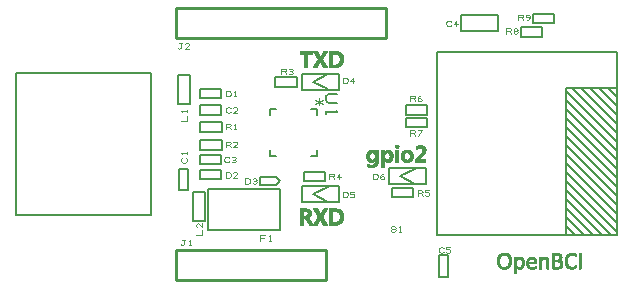
<source format=gbr>
G04 EasyPC Gerber Version 21.0.3 Build 4286 *
G04 #@! TF.Part,Single*
G04 #@! TF.FileFunction,Legend,Top *
G04 #@! TF.FilePolarity,Positive *
%FSLAX35Y35*%
%MOIN*%
%ADD12C,0.00100*%
%ADD13C,0.00300*%
%ADD11C,0.00500*%
%ADD14C,0.00600*%
%ADD15C,0.01000*%
X0Y0D02*
D02*
D11*
X45250Y22750D02*
Y70250D01*
X250*
Y22750*
X45250*
X57750Y31150D02*
X54550D01*
Y38250*
X57750*
Y31150*
X58150Y59950D02*
X54350D01*
Y69550*
X58150*
Y59950*
X61650Y34650D02*
Y37850D01*
X68750*
Y34650*
X61650*
Y39750D02*
Y42950D01*
X68750*
Y39750*
X61650*
Y56250D02*
Y59450D01*
X68750*
Y56250*
X61650*
Y61750D02*
Y64950D01*
X68750*
Y61750*
X61650*
X63150Y20950D02*
X59350D01*
Y30550*
X63150*
Y20950*
X64350Y17950D02*
X88150D01*
Y31550*
X64350*
Y17950*
X68850Y47750D02*
Y44550D01*
X61750*
Y47750*
X68850*
Y53750D02*
Y50550D01*
X61750*
Y53750*
X68850*
X86850Y35550D02*
X81550D01*
Y32950*
X86850*
X88150Y34250*
X86850Y35550*
X93850Y68750D02*
Y65550D01*
X86750*
Y68750*
X93850*
X95600Y27100D02*
Y32400D01*
X107900*
Y27100*
X95600*
Y64600D02*
Y69900D01*
X107900*
Y64600*
X95600*
X107437Y63250D02*
X104625D01*
X104000Y62937*
X103687Y62313*
Y61063*
X104000Y60437*
X104625Y60125*
X107437*
X103687Y57625D02*
Y56375D01*
Y57000D02*
X107437D01*
X106813Y57625*
X103350Y37250D02*
Y34050D01*
X96250*
Y37250*
X103350*
X104250Y27250D02*
X99250Y29750D01*
X104250Y32250*
Y64750D02*
X99250Y67250D01*
X104250Y69750*
X124600Y33100D02*
Y38400D01*
X136900*
Y33100*
X124600*
X125650Y28750D02*
Y31950D01*
X132750*
Y28750*
X125650*
X130150Y56250D02*
Y59450D01*
X137250*
Y56250*
X130150*
X133250Y33250D02*
X128250Y35750D01*
X133250Y38250*
X137350Y55250D02*
Y52050D01*
X130250*
Y55250*
X137350*
X141250Y9350D02*
X144450D01*
Y2250*
X141250*
Y9350*
X160900Y89400D02*
Y84100D01*
X148600*
Y89400*
X160900*
X168650Y82250D02*
Y85450D01*
X175750*
Y82250*
X168650*
X172650Y86750D02*
Y89950D01*
X179750*
Y86750*
X172650*
X186750Y16250D02*
X183750Y19250D01*
X189750Y16250D02*
X183750Y22250D01*
X192750Y16250D02*
X183750Y25250D01*
X195750Y16250D02*
X183750Y28250D01*
X198750Y16250D02*
X183750Y31250D01*
X200750Y16250D02*
Y65250D01*
X183750*
Y16250*
X200750*
Y77250*
X140750*
Y16250*
X200750*
Y17250D02*
X183750Y34250D01*
X200750Y20250D02*
X183750Y37250D01*
X200750Y23250D02*
X183750Y40250D01*
X200750Y26250D02*
X183750Y43250D01*
X200750Y29250D02*
X183750Y46250D01*
X200750Y32250D02*
X183750Y49250D01*
X200750Y35250D02*
X183750Y52250D01*
X200750Y38250D02*
X183750Y55250D01*
X200750Y41250D02*
X183750Y58250D01*
X200750Y44250D02*
X183750Y61250D01*
X200750Y47250D02*
X183750Y64250D01*
X200750Y50250D02*
X185750Y65250D01*
X188750*
X200750Y53250*
Y56250*
X191750Y65250*
X194750*
X200750Y59250*
Y62250*
X197750Y65250*
D02*
D12*
X99230Y19567D02*
X98020D01*
X97160Y20992*
X97097Y21100*
X97038Y21193*
X96975Y21275*
X96921Y21354*
X96867Y21417*
X96813Y21476*
X96765Y21524*
X96716Y21563*
X96623Y21622*
X96525Y21666*
X96428Y21691*
X96320Y21700*
X95939*
Y19567*
X94894*
Y24972*
X96730*
X96955Y24967*
X97165Y24947*
X97365Y24918*
X97546Y24879*
X97717Y24830*
X97868Y24767*
X98010Y24693*
X98132Y24606*
X98244Y24508*
X98337Y24400*
X98420Y24278*
X98483Y24146*
X98537Y24005*
X98571Y23854*
X98596Y23687*
X98600Y23512*
X98596Y23380*
X98581Y23248*
X98557Y23126*
X98522Y23009*
X98478Y22896*
X98425Y22784*
X98361Y22681*
X98288Y22579*
X98205Y22481*
X98112Y22394*
X98015Y22315*
X97907Y22242*
X97790Y22174*
X97668Y22115*
X97536Y22061*
X97394Y22018*
Y22003*
X97487Y21964*
X97585Y21905*
X97683Y21827*
X97785Y21734*
X97888Y21622*
X97990Y21490*
X98102Y21339*
X98210Y21173*
X99230Y19567*
X95939Y24156D02*
Y22520D01*
X96565*
X96667*
X96765Y22535*
X96857Y22555*
X96945Y22579*
X97028Y22613*
X97106Y22657*
X97180Y22706*
X97243Y22765*
X97302Y22828*
X97356Y22896*
X97400Y22970*
X97433Y23043*
X97463Y23126*
X97482Y23209*
X97497Y23292*
Y23385*
Y23478*
X97487Y23565*
X97468Y23648*
X97443Y23722*
X97409Y23790*
X97370Y23854*
X97321Y23912*
X97268Y23961*
X97209Y24010*
X97141Y24049*
X97067Y24078*
X96984Y24107*
X96892Y24127*
X96799Y24142*
X96691Y24151*
X96579Y24156*
X95939*
X104020Y19567D02*
X102775D01*
X101750Y21417*
X101726Y21471*
X101701Y21549*
X101672Y21642*
X101643Y21749*
X101628*
X101565Y21569*
X101501Y21407*
X100461Y19567*
X99206*
X100954Y22267*
X99357Y24972*
X100632*
X101501Y23268*
X101545Y23175*
X101589Y23067*
X101633Y22955*
X101672Y22833*
X101687*
X101716Y22921*
X101760Y23024*
X101809Y23146*
X101867Y23287*
X102815Y24972*
X103986*
X102341Y22291*
X104020Y19567*
X104724D02*
Y24972D01*
X106516*
X106691Y24967*
X106862Y24962*
X107028Y24947*
X107185Y24928*
X107341Y24908*
X107487Y24879*
X107634Y24845*
X107770Y24806*
X107902Y24762*
X108029Y24713*
X108146Y24659*
X108264Y24600*
X108371Y24537*
X108478Y24464*
X108576Y24391*
X108669Y24313*
X108752Y24225*
X108835Y24137*
X108913Y24039*
X108981Y23941*
X109045Y23834*
X109104Y23726*
X109157Y23609*
X109206Y23487*
X109245Y23360*
X109284Y23228*
X109313Y23092*
X109338Y22950*
X109357Y22804*
X109372Y22652*
X109382Y22496*
X109387Y22335*
X109382Y22179*
X109372Y22027*
X109357Y21881*
X109333Y21739*
X109304Y21598*
X109270Y21461*
X109230Y21329*
X109181Y21202*
X109128Y21080*
X109069Y20958*
X109001Y20846*
X108928Y20733*
X108850Y20626*
X108767Y20519*
X108674Y20421*
X108576Y20323*
X108474Y20230*
X108366Y20148*
X108254Y20065*
X108142Y19991*
X108024Y19923*
X107902Y19859*
X107780Y19806*
X107648Y19757*
X107517Y19713*
X107380Y19674*
X107243Y19640*
X107102Y19615*
X106955Y19591*
X106804Y19576*
X106648Y19571*
X106491Y19567*
X104724*
X105769Y24102D02*
Y20431D01*
X106428*
X106643Y20441*
X106843Y20465*
X107028Y20504*
X107204Y20557*
X107370Y20631*
X107522Y20719*
X107663Y20821*
X107790Y20939*
X107907Y21070*
X108005Y21212*
X108093Y21368*
X108161Y21534*
X108215Y21715*
X108254Y21905*
X108274Y22106*
X108283Y22320*
X108274Y22530*
X108254Y22726*
X108215Y22911*
X108161Y23082*
X108093Y23238*
X108005Y23385*
X107907Y23522*
X107790Y23644*
X107663Y23751*
X107522Y23844*
X107370Y23922*
X107209Y23985*
X107033Y24034*
X106843Y24073*
X106648Y24093*
X106437Y24102*
X105769*
X94894Y19624D02*
X95939D01*
X97985D02*
X99194D01*
X99243D02*
X100493D01*
X102743D02*
X103985D01*
X104724D02*
X107152D01*
X94894Y19718D02*
X95939D01*
X97928D02*
X99134D01*
X99304D02*
X100546D01*
X102691D02*
X103927D01*
X104724D02*
X107531D01*
X94894Y19811D02*
X95939D01*
X97872D02*
X99075D01*
X99365D02*
X100599D01*
X102639D02*
X103870D01*
X104724D02*
X107794D01*
X94894Y19905D02*
X95939D01*
X97816D02*
X99015D01*
X99425D02*
X100652D01*
X102588D02*
X103812D01*
X104724D02*
X107990D01*
X94894Y19999D02*
X95939D01*
X97759D02*
X98956D01*
X99486D02*
X100705D01*
X102536D02*
X103754D01*
X104724D02*
X108153D01*
X94894Y20093D02*
X95939D01*
X97703D02*
X98896D01*
X99546D02*
X100758D01*
X102484D02*
X103696D01*
X104724D02*
X108292D01*
X94894Y20186D02*
X95939D01*
X97646D02*
X98837D01*
X99607D02*
X100811D01*
X102432D02*
X103639D01*
X104724D02*
X108416D01*
X94894Y20280D02*
X95939D01*
X97590D02*
X98777D01*
X99668D02*
X100864D01*
X102380D02*
X103581D01*
X104724D02*
X108528D01*
X94894Y20374D02*
X95939D01*
X97533D02*
X98718D01*
X99728D02*
X100917D01*
X102328D02*
X103523D01*
X104724D02*
X108627D01*
X94894Y20467D02*
X95939D01*
X97477D02*
X98658D01*
X99789D02*
X100970D01*
X102276D02*
X103465D01*
X104724D02*
X105769D01*
X106854D02*
X108718D01*
X94894Y20561D02*
X95939D01*
X97420D02*
X98598D01*
X99850D02*
X101023D01*
X102224D02*
X103407D01*
X104724D02*
X105769D01*
X107212D02*
X108799D01*
X94894Y20655D02*
X95939D01*
X97364D02*
X98539D01*
X99910D02*
X101076D01*
X102172D02*
X103350D01*
X104724D02*
X105769D01*
X107411D02*
X108870D01*
X94894Y20748D02*
X95939D01*
X97307D02*
X98480D01*
X99971D02*
X101129D01*
X102120D02*
X103292D01*
X104724D02*
X105769D01*
X107563D02*
X108937D01*
X94894Y20842D02*
X95939D01*
X97251D02*
X98420D01*
X100032D02*
X101181D01*
X102069D02*
X103234D01*
X104724D02*
X105769D01*
X107685D02*
X108998D01*
X94894Y20936D02*
X95939D01*
X97194D02*
X98360D01*
X100093D02*
X101235D01*
X102017D02*
X103176D01*
X104724D02*
X105769D01*
X107787D02*
X109056D01*
X94894Y21030D02*
X95939D01*
X97138D02*
X98301D01*
X100153D02*
X101287D01*
X101965D02*
X103119D01*
X104724D02*
X105769D01*
X107871D02*
X109104D01*
X94894Y21123D02*
X95939D01*
X97082D02*
X98241D01*
X100214D02*
X101341D01*
X101913D02*
X103061D01*
X104724D02*
X105769D01*
X107944D02*
X109147D01*
X94894Y21217D02*
X95939D01*
X97019D02*
X98181D01*
X100274D02*
X101393D01*
X101861D02*
X103003D01*
X104724D02*
X105769D01*
X108007D02*
X109187D01*
X94894Y21311D02*
X95939D01*
X96950D02*
X98121D01*
X100335D02*
X101446D01*
X101809D02*
X102945D01*
X104724D02*
X105769D01*
X108061D02*
X109223D01*
X94894Y21404D02*
X95939D01*
X96878D02*
X98054D01*
X100396D02*
X101499D01*
X101757D02*
X102887D01*
X104724D02*
X105769D01*
X108108D02*
X109253D01*
X94894Y21498D02*
X95939D01*
X96791D02*
X97984D01*
X100456D02*
X101537D01*
X101717D02*
X102830D01*
X104724D02*
X105769D01*
X108146D02*
X109279D01*
X94894Y21592D02*
X95939D01*
X96671D02*
X97911D01*
X100517D02*
X101573D01*
X101688D02*
X102772D01*
X104724D02*
X105769D01*
X108178D02*
X109302D01*
X94894Y21685D02*
X95939D01*
X96448D02*
X97830D01*
X100578D02*
X101606D01*
X101660D02*
X102714D01*
X104724D02*
X105769D01*
X108206D02*
X109322D01*
X94894Y21779D02*
X97735D01*
X100638D02*
X102656D01*
X104724D02*
X105769D01*
X108228D02*
X109340D01*
X94894Y21873D02*
X97626D01*
X100699D02*
X102599D01*
X104724D02*
X105769D01*
X108247D02*
X109356D01*
X94894Y21967D02*
X97481D01*
X100760D02*
X102541D01*
X104724D02*
X105769D01*
X108260D02*
X109366D01*
X94894Y22060D02*
X97536D01*
X100820D02*
X102483D01*
X104724D02*
X105769D01*
X108269D02*
X109374D01*
X94894Y22154D02*
X97748D01*
X100881D02*
X102426D01*
X104724D02*
X105769D01*
X108276D02*
X109380D01*
X94894Y22248D02*
X97915D01*
X100942D02*
X102368D01*
X104724D02*
X105769D01*
X108280D02*
X109384D01*
X94894Y22341D02*
X98047D01*
X100910D02*
X102372D01*
X104724D02*
X105769D01*
X108282D02*
X109387D01*
X94894Y22435D02*
X98156D01*
X100854D02*
X102430D01*
X104724D02*
X105769D01*
X108278D02*
X109384D01*
X94894Y22529D02*
X95939D01*
X96722D02*
X98245D01*
X100799D02*
X102487D01*
X104724D02*
X105769D01*
X108274D02*
X109380D01*
X94894Y22622D02*
X95939D01*
X97044D02*
X98319D01*
X100744D02*
X102544D01*
X104724D02*
X105769D01*
X108264D02*
X109374D01*
X94894Y22716D02*
X95939D01*
X97191D02*
X98383D01*
X100689D02*
X102602D01*
X104724D02*
X105769D01*
X108255D02*
X109366D01*
X94894Y22810D02*
X95939D01*
X97285D02*
X98437D01*
X100633D02*
X102659D01*
X104724D02*
X105769D01*
X108236D02*
X109357D01*
X94894Y22904D02*
X95939D01*
X97360D02*
X98481D01*
X100578D02*
X101649D01*
X101710D02*
X102717D01*
X104724D02*
X105769D01*
X108217D02*
X109344D01*
X94894Y22997D02*
X95939D01*
X97412D02*
X98518D01*
X100523D02*
X101616D01*
X101748D02*
X102774D01*
X104724D02*
X105769D01*
X108188D02*
X109330D01*
X94894Y23091D02*
X95939D01*
X97450D02*
X98546D01*
X100467D02*
X101579D01*
X101787D02*
X102832D01*
X104724D02*
X105769D01*
X108157D02*
X109313D01*
X94894Y23185D02*
X95939D01*
X97477D02*
X98569D01*
X100412D02*
X101540D01*
X101825D02*
X102889D01*
X104724D02*
X105769D01*
X108116D02*
X109294D01*
X94894Y23278D02*
X95939D01*
X97495D02*
X98585D01*
X100357D02*
X101495D01*
X101864D02*
X102947D01*
X104724D02*
X105769D01*
X108069D02*
X109269D01*
X94894Y23372D02*
X95939D01*
X97497D02*
X98595D01*
X100302D02*
X101448D01*
X101915D02*
X103004D01*
X104724D02*
X105769D01*
X108012D02*
X109242D01*
X94894Y23466D02*
X95939D01*
X97497D02*
X98599D01*
X100246D02*
X101400D01*
X101968D02*
X103062D01*
X104724D02*
X105769D01*
X107947D02*
X109213D01*
X94894Y23559D02*
X95939D01*
X97488D02*
X98599D01*
X100191D02*
X101352D01*
X102020D02*
X103119D01*
X104724D02*
X105769D01*
X107871D02*
X109177D01*
X94894Y23653D02*
X95939D01*
X97466D02*
X98596D01*
X100135D02*
X101304D01*
X102073D02*
X103177D01*
X104724D02*
X105769D01*
X107779D02*
X109137D01*
X94894Y23747D02*
X95939D01*
X97431D02*
X98587D01*
X100080D02*
X101256D01*
X102126D02*
X103235D01*
X104724D02*
X105769D01*
X107668D02*
X109093D01*
X94894Y23841D02*
X95939D01*
X97378D02*
X98573D01*
X100025D02*
X101209D01*
X102179D02*
X103292D01*
X104724D02*
X105769D01*
X107526D02*
X109041D01*
X94894Y23934D02*
X95939D01*
X97297D02*
X98553D01*
X99970D02*
X101161D01*
X102231D02*
X103350D01*
X104724D02*
X105769D01*
X107339D02*
X108986D01*
X94894Y24028D02*
X95939D01*
X97177D02*
X98528D01*
X99915D02*
X101113D01*
X102284D02*
X103407D01*
X104724D02*
X105769D01*
X107056D02*
X108921D01*
X94894Y24122D02*
X95939D01*
X96916D02*
X98493D01*
X99859D02*
X101065D01*
X102337D02*
X103465D01*
X104724D02*
X108847D01*
X94894Y24215D02*
X98450D01*
X99804D02*
X101018D01*
X102389D02*
X103522D01*
X104724D02*
X108761D01*
X94894Y24309D02*
X98399D01*
X99748D02*
X100970D01*
X102442D02*
X103580D01*
X104724D02*
X108672D01*
X94894Y24403D02*
X98335D01*
X99693D02*
X100922D01*
X102495D02*
X103637D01*
X104724D02*
X108560D01*
X94894Y24496D02*
X98254D01*
X99638D02*
X100874D01*
X102547D02*
X103694D01*
X104724D02*
X108431D01*
X94894Y24590D02*
X98150D01*
X99583D02*
X100826D01*
X102600D02*
X103752D01*
X104724D02*
X108281D01*
X94894Y24684D02*
X98023D01*
X99527D02*
X100779D01*
X102653D02*
X103809D01*
X104724D02*
X108093D01*
X94894Y24778D02*
X97842D01*
X99472D02*
X100731D01*
X102706D02*
X103867D01*
X104724D02*
X107855D01*
X94894Y24871D02*
X97572D01*
X99417D02*
X100683D01*
X102758D02*
X103924D01*
X104724D02*
X107520D01*
X94894Y24965D02*
X96976D01*
X99361D02*
X100635D01*
X102811D02*
X103982D01*
X104724D02*
X106757D01*
X99013Y76602D02*
X97465D01*
Y72067*
X96415*
Y76602*
X94877*
Y77472*
X99013*
Y76602*
X103983Y72067D02*
X102738D01*
X101713Y73917*
X101689Y73971*
X101664Y74049*
X101635Y74142*
X101606Y74249*
X101591*
X101527Y74069*
X101464Y73907*
X100424Y72067*
X99169*
X100917Y74767*
X99320Y77472*
X100595*
X101464Y75768*
X101508Y75675*
X101552Y75567*
X101596Y75455*
X101635Y75333*
X101650*
X101679Y75421*
X101723Y75524*
X101772Y75646*
X101830Y75787*
X102777Y77472*
X103949*
X102304Y74791*
X103983Y72067*
X104687D02*
Y77472D01*
X106478*
X106654Y77467*
X106825Y77462*
X106991Y77447*
X107148Y77428*
X107304Y77408*
X107450Y77379*
X107597Y77345*
X107733Y77306*
X107865Y77262*
X107992Y77213*
X108109Y77159*
X108226Y77100*
X108334Y77037*
X108441Y76964*
X108539Y76891*
X108632Y76813*
X108715Y76725*
X108798Y76637*
X108876Y76539*
X108944Y76441*
X109008Y76334*
X109067Y76226*
X109120Y76109*
X109169Y75987*
X109208Y75860*
X109247Y75728*
X109276Y75592*
X109301Y75450*
X109320Y75304*
X109335Y75152*
X109345Y74996*
X109350Y74835*
X109345Y74679*
X109335Y74527*
X109320Y74381*
X109296Y74239*
X109267Y74098*
X109232Y73961*
X109193Y73829*
X109144Y73702*
X109091Y73580*
X109032Y73458*
X108964Y73346*
X108891Y73233*
X108813Y73126*
X108730Y73019*
X108637Y72921*
X108539Y72823*
X108437Y72730*
X108329Y72648*
X108217Y72565*
X108104Y72491*
X107987Y72423*
X107865Y72359*
X107743Y72306*
X107611Y72257*
X107480Y72213*
X107343Y72174*
X107206Y72140*
X107065Y72115*
X106918Y72091*
X106767Y72076*
X106610Y72071*
X106454Y72067*
X104687*
X105731Y76602D02*
Y72931D01*
X106391*
X106606Y72941*
X106806Y72965*
X106991Y73004*
X107167Y73057*
X107333Y73131*
X107484Y73219*
X107626Y73321*
X107753Y73439*
X107870Y73570*
X107968Y73712*
X108056Y73868*
X108124Y74034*
X108178Y74215*
X108217Y74405*
X108236Y74606*
X108246Y74820*
X108236Y75030*
X108217Y75226*
X108178Y75411*
X108124Y75582*
X108056Y75738*
X107968Y75885*
X107870Y76022*
X107753Y76144*
X107626Y76251*
X107484Y76344*
X107333Y76422*
X107172Y76485*
X106996Y76534*
X106806Y76573*
X106610Y76593*
X106400Y76602*
X105731*
X96415Y72124D02*
X97465D01*
X99206D02*
X100456D01*
X102706D02*
X103948D01*
X104687D02*
X107115D01*
X96415Y72218D02*
X97465D01*
X99267D02*
X100509D01*
X102654D02*
X103890D01*
X104687D02*
X107494D01*
X96415Y72311D02*
X97465D01*
X99328D02*
X100562D01*
X102602D02*
X103832D01*
X104687D02*
X107757D01*
X96415Y72405D02*
X97465D01*
X99388D02*
X100615D01*
X102551D02*
X103775D01*
X104687D02*
X107953D01*
X96415Y72499D02*
X97465D01*
X99449D02*
X100668D01*
X102499D02*
X103717D01*
X104687D02*
X108116D01*
X96415Y72593D02*
X97465D01*
X99509D02*
X100721D01*
X102447D02*
X103659D01*
X104687D02*
X108255D01*
X96415Y72686D02*
X97465D01*
X99570D02*
X100774D01*
X102395D02*
X103601D01*
X104687D02*
X108379D01*
X96415Y72780D02*
X97465D01*
X99631D02*
X100827D01*
X102343D02*
X103544D01*
X104687D02*
X108491D01*
X96415Y72874D02*
X97465D01*
X99691D02*
X100880D01*
X102291D02*
X103486D01*
X104687D02*
X108589D01*
X96415Y72967D02*
X97465D01*
X99752D02*
X100933D01*
X102239D02*
X103428D01*
X104687D02*
X105731D01*
X106817D02*
X108681D01*
X96415Y73061D02*
X97465D01*
X99813D02*
X100986D01*
X102187D02*
X103370D01*
X104687D02*
X105731D01*
X107175D02*
X108762D01*
X96415Y73155D02*
X97465D01*
X99873D02*
X101039D01*
X102135D02*
X103313D01*
X104687D02*
X105731D01*
X107374D02*
X108833D01*
X96415Y73248D02*
X97465D01*
X99934D02*
X101092D01*
X102083D02*
X103255D01*
X104687D02*
X105731D01*
X107525D02*
X108900D01*
X96415Y73342D02*
X97465D01*
X99995D02*
X101144D01*
X102031D02*
X103197D01*
X104687D02*
X105731D01*
X107648D02*
X108961D01*
X96415Y73436D02*
X97465D01*
X100056D02*
X101198D01*
X101980D02*
X103139D01*
X104687D02*
X105731D01*
X107750D02*
X109019D01*
X96415Y73530D02*
X97465D01*
X100116D02*
X101250D01*
X101928D02*
X103081D01*
X104687D02*
X105731D01*
X107833D02*
X109067D01*
X96415Y73623D02*
X97465D01*
X100177D02*
X101304D01*
X101876D02*
X103024D01*
X104687D02*
X105731D01*
X107907D02*
X109110D01*
X96415Y73717D02*
X97465D01*
X100237D02*
X101356D01*
X101824D02*
X102966D01*
X104687D02*
X105731D01*
X107970D02*
X109150D01*
X96415Y73811D02*
X97465D01*
X100298D02*
X101409D01*
X101772D02*
X102908D01*
X104687D02*
X105731D01*
X108023D02*
X109186D01*
X96415Y73904D02*
X97465D01*
X100359D02*
X101462D01*
X101720D02*
X102850D01*
X104687D02*
X105731D01*
X108070D02*
X109215D01*
X96415Y73998D02*
X97465D01*
X100419D02*
X101500D01*
X101680D02*
X102793D01*
X104687D02*
X105731D01*
X108109D02*
X109242D01*
X96415Y74092D02*
X97465D01*
X100480D02*
X101535D01*
X101650D02*
X102735D01*
X104687D02*
X105731D01*
X108141D02*
X109265D01*
X96415Y74185D02*
X97465D01*
X100541D02*
X101569D01*
X101623D02*
X102677D01*
X104687D02*
X105731D01*
X108169D02*
X109285D01*
X96415Y74279D02*
X97465D01*
X100601D02*
X102619D01*
X104687D02*
X105731D01*
X108191D02*
X109303D01*
X96415Y74373D02*
X97465D01*
X100662D02*
X102561D01*
X104687D02*
X105731D01*
X108210D02*
X109319D01*
X96415Y74467D02*
X97465D01*
X100723D02*
X102504D01*
X104687D02*
X105731D01*
X108223D02*
X109329D01*
X96415Y74560D02*
X97465D01*
X100783D02*
X102446D01*
X104687D02*
X105731D01*
X108232D02*
X109337D01*
X96415Y74654D02*
X97465D01*
X100844D02*
X102388D01*
X104687D02*
X105731D01*
X108239D02*
X109343D01*
X96415Y74748D02*
X97465D01*
X100905D02*
X102330D01*
X104687D02*
X105731D01*
X108243D02*
X109347D01*
X96415Y74841D02*
X97465D01*
X100873D02*
X102335D01*
X104687D02*
X105731D01*
X108245D02*
X109350D01*
X96415Y74935D02*
X97465D01*
X100817D02*
X102392D01*
X104687D02*
X105731D01*
X108241D02*
X109347D01*
X96415Y75029D02*
X97465D01*
X100762D02*
X102450D01*
X104687D02*
X105731D01*
X108236D02*
X109343D01*
X96415Y75122D02*
X97465D01*
X100707D02*
X102507D01*
X104687D02*
X105731D01*
X108227D02*
X109337D01*
X96415Y75216D02*
X97465D01*
X100652D02*
X102565D01*
X104687D02*
X105731D01*
X108218D02*
X109329D01*
X96415Y75310D02*
X97465D01*
X100596D02*
X102622D01*
X104687D02*
X105731D01*
X108199D02*
X109320D01*
X96415Y75404D02*
X97465D01*
X100541D02*
X101612D01*
X101673D02*
X102680D01*
X104687D02*
X105731D01*
X108179D02*
X109307D01*
X96415Y75497D02*
X97465D01*
X100486D02*
X101579D01*
X101711D02*
X102737D01*
X104687D02*
X105731D01*
X108150D02*
X109293D01*
X96415Y75591D02*
X97465D01*
X100430D02*
X101542D01*
X101750D02*
X102794D01*
X104687D02*
X105731D01*
X108120D02*
X109276D01*
X96415Y75685D02*
X97465D01*
X100375D02*
X101503D01*
X101788D02*
X102852D01*
X104687D02*
X105731D01*
X108079D02*
X109257D01*
X96415Y75778D02*
X97465D01*
X100320D02*
X101458D01*
X101826D02*
X102910D01*
X104687D02*
X105731D01*
X108031D02*
X109232D01*
X96415Y75872D02*
X97465D01*
X100265D02*
X101411D01*
X101878D02*
X102967D01*
X104687D02*
X105731D01*
X107975D02*
X109204D01*
X96415Y75966D02*
X97465D01*
X100209D02*
X101363D01*
X101930D02*
X103025D01*
X104687D02*
X105731D01*
X107910D02*
X109176D01*
X96415Y76059D02*
X97465D01*
X100154D02*
X101315D01*
X101983D02*
X103082D01*
X104687D02*
X105731D01*
X107834D02*
X109140D01*
X96415Y76153D02*
X97465D01*
X100098D02*
X101267D01*
X102036D02*
X103140D01*
X104687D02*
X105731D01*
X107742D02*
X109100D01*
X96415Y76247D02*
X97465D01*
X100043D02*
X101219D01*
X102089D02*
X103197D01*
X104687D02*
X105731D01*
X107631D02*
X109056D01*
X96415Y76341D02*
X97465D01*
X99988D02*
X101172D01*
X102141D02*
X103255D01*
X104687D02*
X105731D01*
X107489D02*
X109004D01*
X96415Y76434D02*
X97465D01*
X99933D02*
X101124D01*
X102194D02*
X103312D01*
X104687D02*
X105731D01*
X107302D02*
X108949D01*
X96415Y76528D02*
X97465D01*
X99878D02*
X101076D01*
X102246D02*
X103370D01*
X104687D02*
X105731D01*
X107019D02*
X108884D01*
X94877Y76622D02*
X99013D01*
X99822D02*
X101028D01*
X102299D02*
X103428D01*
X104687D02*
X108810D01*
X94877Y76715D02*
X99013D01*
X99767D02*
X100981D01*
X102352D02*
X103485D01*
X104687D02*
X108724D01*
X94877Y76809D02*
X99013D01*
X99711D02*
X100933D01*
X102405D02*
X103543D01*
X104687D02*
X108635D01*
X94877Y76903D02*
X99013D01*
X99656D02*
X100885D01*
X102457D02*
X103600D01*
X104687D02*
X108523D01*
X94877Y76996D02*
X99013D01*
X99601D02*
X100837D01*
X102510D02*
X103657D01*
X104687D02*
X108393D01*
X94877Y77090D02*
X99013D01*
X99546D02*
X100789D01*
X102563D02*
X103715D01*
X104687D02*
X108244D01*
X94877Y77184D02*
X99013D01*
X99490D02*
X100742D01*
X102615D02*
X103772D01*
X104687D02*
X108056D01*
X94877Y77278D02*
X99013D01*
X99435D02*
X100694D01*
X102668D02*
X103830D01*
X104687D02*
X107818D01*
X94877Y77371D02*
X99013D01*
X99380D02*
X100646D01*
X102721D02*
X103887D01*
X104687D02*
X107482D01*
X94877Y77465D02*
X99013D01*
X99324D02*
X100598D01*
X102773D02*
X103945D01*
X104687D02*
X106720D01*
X120925Y40967D02*
X120915Y40708D01*
X120886Y40464*
X120842Y40234*
X120778Y40020*
X120695Y39824*
X120593Y39639*
X120471Y39473*
X120334Y39321*
X120178Y39189*
X120007Y39072*
X119817Y38975*
X119611Y38896*
X119387Y38833*
X119148Y38789*
X118894Y38760*
X118620Y38750*
X118435Y38755*
X118254Y38770*
X118088Y38784*
X117927Y38813*
X117775Y38848*
X117634Y38887*
X117502Y38935*
X117380Y38989*
Y39878*
X117531Y39800*
X117683Y39726*
X117834Y39668*
X117985Y39619*
X118137Y39580*
X118288Y39551*
X118439Y39536*
X118591Y39531*
X118747Y39536*
X118889Y39551*
X119020Y39575*
X119148Y39614*
X119265Y39658*
X119372Y39717*
X119470Y39785*
X119563Y39863*
X119641Y39951*
X119709Y40049*
X119768Y40151*
X119817Y40264*
X119856Y40386*
X119885Y40518*
X119900Y40659*
X119904Y40811*
Y41152*
X119890*
X119836Y41069*
X119777Y40991*
X119719Y40918*
X119655Y40854*
X119587Y40791*
X119519Y40737*
X119445Y40683*
X119372Y40640*
X119294Y40600*
X119211Y40567*
X119123Y40537*
X119035Y40513*
X118947Y40493*
X118850Y40483*
X118752Y40474*
X118654Y40469*
X118478Y40478*
X118307Y40503*
X118151Y40542*
X118000Y40600*
X117863Y40674*
X117731Y40762*
X117604Y40869*
X117492Y40986*
X117390Y41123*
X117297Y41270*
X117224Y41426*
X117160Y41597*
X117111Y41777*
X117077Y41968*
X117057Y42168*
X117053Y42383*
X117057Y42622*
X117082Y42847*
X117121Y43057*
X117170Y43257*
X117238Y43447*
X117321Y43623*
X117419Y43784*
X117536Y43935*
X117658Y44072*
X117795Y44189*
X117941Y44292*
X118093Y44370*
X118259Y44433*
X118430Y44482*
X118615Y44507*
X118806Y44517*
X118981Y44507*
X119143Y44482*
X119294Y44439*
X119435Y44375*
X119563Y44297*
X119685Y44199*
X119792Y44082*
X119890Y43950*
X119904*
Y44424*
X120925*
Y40967*
X119914Y42769D02*
X119909Y42866D01*
X119900Y42959*
X119880Y43047*
X119856Y43135*
X119821Y43218*
X119777Y43296*
X119728Y43369*
X119670Y43443*
X119606Y43506*
X119538Y43565*
X119465Y43608*
X119392Y43648*
X119309Y43681*
X119226Y43701*
X119138Y43716*
X119045Y43721*
X118937Y43716*
X118835Y43696*
X118742Y43672*
X118650Y43633*
X118567Y43584*
X118488Y43525*
X118415Y43457*
X118347Y43379*
X118283Y43291*
X118234Y43189*
X118185Y43086*
X118151Y42969*
X118122Y42847*
X118102Y42715*
X118093Y42573*
X118088Y42422*
X118093Y42295*
X118102Y42173*
X118122Y42056*
X118146Y41948*
X118181Y41846*
X118225Y41753*
X118274Y41665*
X118332Y41582*
X118396Y41509*
X118464Y41445*
X118542Y41392*
X118620Y41348*
X118703Y41313*
X118791Y41289*
X118889Y41274*
X118986Y41270*
X119089Y41274*
X119181Y41289*
X119274Y41313*
X119362Y41348*
X119445Y41392*
X119519Y41445*
X119592Y41509*
X119660Y41582*
X119719Y41665*
X119772Y41748*
X119817Y41841*
X119850Y41939*
X119880Y42041*
X119900Y42153*
X119909Y42266*
X119914Y42388*
Y42769*
X123020Y41045D02*
Y38789D01*
X121994*
Y44424*
X123020*
Y43813*
X123029*
X123088Y43901*
X123146Y43980*
X123210Y44053*
X123278Y44121*
X123347Y44185*
X123415Y44243*
X123493Y44297*
X123571Y44341*
X123650Y44380*
X123737Y44419*
X123820Y44448*
X123913Y44473*
X124006Y44492*
X124099Y44507*
X124196Y44512*
X124299Y44517*
X124475Y44507*
X124646Y44482*
X124802Y44443*
X124953Y44390*
X125090Y44317*
X125222Y44228*
X125339Y44126*
X125451Y44004*
X125549Y43872*
X125632Y43726*
X125705Y43569*
X125764Y43398*
X125813Y43218*
X125842Y43027*
X125861Y42822*
X125871Y42602*
X125861Y42368*
X125842Y42148*
X125803Y41933*
X125749Y41733*
X125685Y41548*
X125602Y41372*
X125505Y41206*
X125393Y41055*
X125266Y40918*
X125134Y40801*
X124987Y40698*
X124836Y40615*
X124670Y40552*
X124499Y40508*
X124313Y40478*
X124123Y40469*
X123947Y40478*
X123786Y40508*
X123635Y40552*
X123493Y40615*
X123361Y40698*
X123239Y40796*
X123127Y40913*
X123029Y41045*
X123020*
X123005Y42246D02*
Y42144D01*
X123020Y42041*
X123039Y41948*
X123063Y41860*
X123098Y41777*
X123142Y41694*
X123191Y41621*
X123244Y41548*
X123307Y41484*
X123376Y41426*
X123444Y41377*
X123522Y41338*
X123600Y41309*
X123683Y41289*
X123772Y41274*
X123864Y41270*
X123976Y41274*
X124079Y41294*
X124177Y41319*
X124265Y41357*
X124348Y41406*
X124426Y41465*
X124499Y41538*
X124567Y41621*
X124626Y41709*
X124680Y41811*
X124724Y41919*
X124758Y42041*
X124782Y42168*
X124807Y42300*
X124817Y42446*
X124821Y42602*
X124817Y42734*
X124807Y42861*
X124787Y42978*
X124763Y43091*
X124733Y43189*
X124694Y43281*
X124650Y43364*
X124597Y43437*
X124538Y43506*
X124475Y43565*
X124401Y43608*
X124323Y43648*
X124235Y43681*
X124143Y43701*
X124045Y43716*
X123937Y43721*
X123835Y43716*
X123737Y43701*
X123644Y43677*
X123557Y43643*
X123474Y43599*
X123400Y43545*
X123327Y43481*
X123259Y43408*
X123200Y43325*
X123146Y43242*
X123102Y43150*
X123069Y43057*
X123039Y42954*
X123020Y42847*
X123005Y42739*
Y42622*
Y42246*
X126608Y45693D02*
X126613Y45752D01*
X126618Y45806*
X126633Y45859*
X126652Y45913*
X126677Y45957*
X126701Y46006*
X126735Y46045*
X126774Y46089*
X126819Y46123*
X126867Y46157*
X126916Y46187*
X126970Y46206*
X127024Y46226*
X127082Y46235*
X127146Y46245*
X127209*
X127331Y46235*
X127443Y46206*
X127546Y46157*
X127639Y46089*
X127678Y46050*
X127712Y46006*
X127741Y45962*
X127766Y45913*
X127785Y45864*
X127800Y45811*
X127809Y45752*
Y45693*
Y45635*
X127800Y45581*
X127785Y45527*
X127766Y45478*
X127746Y45430*
X127717Y45381*
X127678Y45337*
X127639Y45298*
X127595Y45264*
X127551Y45230*
X127497Y45200*
X127448Y45181*
X127390Y45161*
X127331Y45151*
X127272Y45142*
X127209*
X127146*
X127082Y45151*
X127024Y45166*
X126970Y45181*
X126916Y45205*
X126867Y45230*
X126823Y45264*
X126779Y45303*
X126740Y45342*
X126706Y45386*
X126677Y45435*
X126652Y45483*
X126633Y45532*
X126618Y45586*
X126613Y45640*
X126608Y45693*
X126691Y40567D02*
Y44424D01*
X127712*
Y40567*
X126691*
X128537Y42471D02*
X128542Y42700D01*
X128571Y42920*
X128615Y43125*
X128674Y43320*
X128752Y43501*
X128850Y43667*
X128962Y43823*
X129094Y43970*
X129240Y44097*
X129396Y44209*
X129567Y44302*
X129753Y44380*
X129948Y44439*
X130153Y44482*
X130373Y44507*
X130607Y44517*
X130832Y44507*
X131042Y44482*
X131242Y44439*
X131433Y44380*
X131608Y44307*
X131770Y44214*
X131921Y44106*
X132063Y43980*
X132189Y43838*
X132297Y43687*
X132390Y43525*
X132463Y43350*
X132522Y43164*
X132565Y42964*
X132590Y42759*
X132595Y42539*
X132590Y42309*
X132561Y42090*
X132517Y41885*
X132458Y41689*
X132380Y41509*
X132287Y41338*
X132175Y41181*
X132043Y41035*
X131901Y40903*
X131745Y40786*
X131574Y40689*
X131394Y40610*
X131198Y40552*
X130993Y40508*
X130778Y40478*
X130549Y40469*
X130324Y40478*
X130109Y40503*
X129909Y40547*
X129719Y40606*
X129538Y40683*
X129372Y40776*
X129221Y40884*
X129079Y41011*
X128952Y41152*
X128840Y41309*
X128747Y41470*
X128669Y41646*
X128610Y41836*
X128571Y42036*
X128542Y42246*
X128537Y42471*
X129572Y42485D02*
X129577Y42339D01*
X129587Y42202*
X129606Y42075*
X129636Y41953*
X129670Y41846*
X129714Y41748*
X129763Y41655*
X129821Y41577*
X129890Y41504*
X129968Y41441*
X130046Y41392*
X130139Y41348*
X130236Y41313*
X130344Y41289*
X130456Y41274*
X130583Y41270*
X130700Y41274*
X130807Y41289*
X130910Y41313*
X131008Y41348*
X131096Y41392*
X131174Y41445*
X131247Y41509*
X131311Y41582*
X131369Y41665*
X131418Y41758*
X131457Y41860*
X131491Y41973*
X131520Y42095*
X131540Y42222*
X131550Y42363*
X131555Y42515*
X131550Y42661*
X131540Y42798*
X131520Y42925*
X131491Y43042*
X131457Y43150*
X131418Y43247*
X131369Y43340*
X131311Y43418*
X131247Y43491*
X131174Y43550*
X131091Y43604*
X131003Y43643*
X130910Y43677*
X130807Y43701*
X130695Y43716*
X130578Y43721*
X130461Y43716*
X130354Y43701*
X130251Y43672*
X130153Y43638*
X130065Y43594*
X129982Y43535*
X129904Y43467*
X129836Y43394*
X129772Y43306*
X129719Y43213*
X129675Y43110*
X129636Y43003*
X129606Y42886*
X129587Y42759*
X129577Y42627*
X129572Y42485*
X136765Y40567D02*
X133293D01*
Y41382*
X134850Y42896*
X134978Y43022*
X135095Y43144*
X135202Y43257*
X135300Y43364*
X135388Y43467*
X135461Y43565*
X135524Y43657*
X135578Y43740*
X135627Y43823*
X135666Y43906*
X135700Y43989*
X135725Y44072*
X135749Y44160*
X135764Y44243*
X135774Y44331*
Y44419*
Y44522*
X135759Y44609*
X135744Y44697*
X135720Y44775*
X135691Y44849*
X135651Y44917*
X135607Y44976*
X135559Y45029*
X135500Y45078*
X135437Y45117*
X135363Y45151*
X135285Y45181*
X135202Y45205*
X135109Y45220*
X135012Y45230*
X134904Y45234*
X134728Y45225*
X134557Y45195*
X134387Y45151*
X134216Y45088*
X134050Y45010*
X133884Y44912*
X133718Y44795*
X133557Y44658*
Y45591*
X133728Y45703*
X133908Y45796*
X134094Y45879*
X134284Y45943*
X134484Y45991*
X134685Y46030*
X134894Y46050*
X135109Y46059*
X135300Y46055*
X135480Y46035*
X135646Y46001*
X135807Y45957*
X135959Y45903*
X136096Y45830*
X136228Y45752*
X136350Y45654*
X136457Y45552*
X136550Y45435*
X136628Y45313*
X136696Y45176*
X136745Y45034*
X136779Y44883*
X136804Y44717*
X136809Y44546*
X136804Y44429*
X136794Y44307*
X136770Y44185*
X136735Y44063*
X136696Y43941*
X136643Y43813*
X136584Y43687*
X136516Y43559*
X136437Y43433*
X136345Y43301*
X136252Y43174*
X136144Y43042*
X136027Y42910*
X135900Y42774*
X135769Y42642*
X135622Y42505*
X134470Y41445*
Y41431*
X136765*
Y40567*
X117793Y38844D02*
X119424D01*
X121994D02*
X123020D01*
X117498Y38937D02*
X119719D01*
X121994D02*
X123020D01*
X117380Y39031D02*
X119926D01*
X121994D02*
X123020D01*
X117380Y39125D02*
X120083D01*
X121994D02*
X123020D01*
X117380Y39219D02*
X120212D01*
X121994D02*
X123020D01*
X117380Y39312D02*
X120323D01*
X121994D02*
X123020D01*
X117380Y39406D02*
X120410D01*
X121994D02*
X123020D01*
X117380Y39500D02*
X120491D01*
X121994D02*
X123020D01*
X117380Y39593D02*
X118085D01*
X119080D02*
X120559D01*
X121994D02*
X123020D01*
X117380Y39687D02*
X117785D01*
X119317D02*
X120620D01*
X121994D02*
X123020D01*
X117380Y39781D02*
X117571D01*
X119463D02*
X120671D01*
X121994D02*
X123020D01*
X117380Y39874D02*
X117387D01*
X119572D02*
X120717D01*
X121994D02*
X123020D01*
X119652Y39968D02*
X120756D01*
X121994D02*
X123020D01*
X119717Y40062D02*
X120791D01*
X121994D02*
X123020D01*
X119770Y40156D02*
X120819D01*
X121994D02*
X123020D01*
X119810Y40249D02*
X120844D01*
X121994D02*
X123020D01*
X119842Y40343D02*
X120863D01*
X121994D02*
X123020D01*
X119867Y40437D02*
X120881D01*
X121994D02*
X123020D01*
X118198Y40530D02*
X119099D01*
X119886D02*
X120894D01*
X121994D02*
X123020D01*
X123708D02*
X124587D01*
X129984D02*
X131099D01*
X117956Y40624D02*
X119341D01*
X119896D02*
X120905D01*
X121994D02*
X123020D01*
X123480D02*
X124852D01*
X126691D02*
X127712D01*
X129676D02*
X131426D01*
X133293D02*
X136765D01*
X117798Y40718D02*
X119492D01*
X119902D02*
X120915D01*
X121994D02*
X123020D01*
X123337D02*
X125015D01*
X126691D02*
X127712D01*
X129477D02*
X131625D01*
X133293D02*
X136765D01*
X117673Y40811D02*
X119609D01*
X119904D02*
X120919D01*
X121994D02*
X123020D01*
X123224D02*
X125146D01*
X126691D02*
X127712D01*
X129323D02*
X131779D01*
X133293D02*
X136765D01*
X117570Y40905D02*
X119706D01*
X119904D02*
X120922D01*
X121994D02*
X123020D01*
X123134D02*
X125251D01*
X126691D02*
X127712D01*
X129197D02*
X131903D01*
X133293D02*
X136765D01*
X117483Y40999D02*
X119783D01*
X119904D02*
X120925D01*
X121994D02*
X123020D01*
X123063D02*
X125341D01*
X126691D02*
X127712D01*
X129093D02*
X132004D01*
X133293D02*
X136765D01*
X117413Y41093D02*
X119851D01*
X119904D02*
X120925D01*
X121994D02*
X125420D01*
X126691D02*
X127712D01*
X129006D02*
X132094D01*
X133293D02*
X136765D01*
X117350Y41186D02*
X120925D01*
X121994D02*
X125490D01*
X126691D02*
X127712D01*
X128928D02*
X132178D01*
X133293D02*
X136765D01*
X117292Y41280D02*
X118852D01*
X119124D02*
X120925D01*
X121994D02*
X123738D01*
X124005D02*
X125548D01*
X126691D02*
X127712D01*
X128860D02*
X130413D01*
X130741D02*
X132245D01*
X133293D02*
X136765D01*
X117248Y41374D02*
X118574D01*
X119411D02*
X120925D01*
X121994D02*
X123451D01*
X124292D02*
X125602D01*
X126691D02*
X127712D01*
X128802D02*
X130084D01*
X131059D02*
X132306D01*
X133293D02*
X136765D01*
X117208Y41467D02*
X118440D01*
X119544D02*
X120925D01*
X121994D02*
X123327D01*
X124428D02*
X125647D01*
X126691D02*
X127712D01*
X128748D02*
X129935D01*
X131200D02*
X132357D01*
X133381D02*
X134494D01*
X117174Y41561D02*
X118350D01*
X119641D02*
X120925D01*
X121994D02*
X123235D01*
X124518D02*
X125690D01*
X126691D02*
X127712D01*
X128707D02*
X129836D01*
X131293D02*
X132402D01*
X133477D02*
X134596D01*
X117144Y41655D02*
X118281D01*
X119712D02*
X120925D01*
X121994D02*
X123168D01*
X124590D02*
X125722D01*
X126691D02*
X127712D01*
X128666D02*
X129763D01*
X131362D02*
X132443D01*
X133574D02*
X134698D01*
X117119Y41748D02*
X118227D01*
X119772D02*
X120925D01*
X121994D02*
X123113D01*
X124646D02*
X125753D01*
X126691D02*
X127712D01*
X128637D02*
X129714D01*
X131413D02*
X132476D01*
X133670D02*
X134800D01*
X117100Y41842D02*
X118182D01*
X119817D02*
X120925D01*
X121994D02*
X123071D01*
X124692D02*
X125778D01*
X126691D02*
X127712D01*
X128609D02*
X129672D01*
X131450D02*
X132504D01*
X133767D02*
X134901D01*
X117083Y41936D02*
X118151D01*
X119850D02*
X120925D01*
X121994D02*
X123043D01*
X124728D02*
X125803D01*
X126691D02*
X127712D01*
X128591D02*
X129641D01*
X131480D02*
X132528D01*
X133863D02*
X135003D01*
X117071Y42030D02*
X118128D01*
X119877D02*
X120925D01*
X121994D02*
X123022D01*
X124755D02*
X125820D01*
X126691D02*
X127712D01*
X128572D02*
X129617D01*
X131505D02*
X132548D01*
X133959D02*
X135105D01*
X117062Y42123D02*
X118111D01*
X119894D02*
X120925D01*
X121994D02*
X123008D01*
X124774D02*
X125837D01*
X126691D02*
X127712D01*
X128559D02*
X129599D01*
X131525D02*
X132565D01*
X134056D02*
X135207D01*
X117056Y42217D02*
X118099D01*
X119905D02*
X120925D01*
X121994D02*
X123005D01*
X124791D02*
X125848D01*
X126691D02*
X127712D01*
X128546D02*
X129586D01*
X131539D02*
X132578D01*
X134152D02*
X135309D01*
X117054Y42311D02*
X118092D01*
X119911D02*
X120925D01*
X121994D02*
X123005D01*
X124807D02*
X125856D01*
X126691D02*
X127712D01*
X128541D02*
X129579D01*
X131546D02*
X132590D01*
X134248D02*
X135411D01*
X117053Y42404D02*
X118089D01*
X119914D02*
X120925D01*
X121994D02*
X123005D01*
X124814D02*
X125863D01*
X126691D02*
X127712D01*
X128539D02*
X129575D01*
X131551D02*
X132592D01*
X134345D02*
X135513D01*
X117055Y42498D02*
X118091D01*
X119914D02*
X120925D01*
X121994D02*
X123005D01*
X124818D02*
X125867D01*
X126691D02*
X127712D01*
X128538D02*
X129573D01*
X131554D02*
X132594D01*
X134441D02*
X135615D01*
X117057Y42592D02*
X118094D01*
X119914D02*
X120925D01*
X121994D02*
X123005D01*
X124821D02*
X125871D01*
X126691D02*
X127712D01*
X128540D02*
X129576D01*
X131552D02*
X132594D01*
X134538D02*
X135715D01*
X117064Y42685D02*
X118100D01*
X119914D02*
X120925D01*
X121994D02*
X123005D01*
X124818D02*
X125868D01*
X126691D02*
X127712D01*
X128542D02*
X129581D01*
X131548D02*
X132591D01*
X134634D02*
X135812D01*
X117074Y42779D02*
X118112D01*
X119914D02*
X120925D01*
X121994D02*
X123010D01*
X124813D02*
X125863D01*
X126691D02*
X127712D01*
X128553D02*
X129590D01*
X131541D02*
X132587D01*
X134730D02*
X135906D01*
X117087Y42873D02*
X118128D01*
X119908D02*
X120925D01*
X121994D02*
X123024D01*
X124805D02*
X125857D01*
X126691D02*
X127712D01*
X128565D02*
X129604D01*
X131528D02*
X132576D01*
X134827D02*
X135993D01*
X117104Y42967D02*
X118151D01*
X119898D02*
X120925D01*
X121994D02*
X123043D01*
X124789D02*
X125848D01*
X126691D02*
X127712D01*
X128581D02*
X129627D01*
X131510D02*
X132565D01*
X134922D02*
X136077D01*
X117122Y43060D02*
X118178D01*
X119876D02*
X120925D01*
X121994D02*
X123070D01*
X124769D02*
X125837D01*
X126691D02*
X127712D01*
X128602D02*
X129657D01*
X131485D02*
X132544D01*
X135014D02*
X136159D01*
X117145Y43154D02*
X118218D01*
X119848D02*
X120925D01*
X121994D02*
X123104D01*
X124744D02*
X125822D01*
X126691D02*
X127712D01*
X128624D02*
X129694D01*
X131456D02*
X132524D01*
X135104D02*
X136235D01*
X117168Y43248D02*
X118263D01*
X119804D02*
X120925D01*
X121994D02*
X123150D01*
X124709D02*
X125804D01*
X126691D02*
X127712D01*
X128652D02*
X129739D01*
X131418D02*
X132495D01*
X135193D02*
X136306D01*
X117200Y43341D02*
X118320D01*
X119747D02*
X120925D01*
X121994D02*
X123211D01*
X124663D02*
X125779D01*
X126691D02*
X127712D01*
X128683D02*
X129798D01*
X131368D02*
X132466D01*
X135279D02*
X136373D01*
X117234Y43435D02*
X118396D01*
X119676D02*
X120925D01*
X121994D02*
X123284D01*
X124598D02*
X125751D01*
X126691D02*
X127712D01*
X128724D02*
X129874D01*
X131296D02*
X132428D01*
X135361D02*
X136439D01*
X117277Y43529D02*
X118493D01*
X119580D02*
X120925D01*
X121994D02*
X123382D01*
X124513D02*
X125719D01*
X126691D02*
X127712D01*
X128769D02*
X129975D01*
X131200D02*
X132388D01*
X135434D02*
X136497D01*
X117321Y43622D02*
X118632D01*
X119439D02*
X120925D01*
X121994D02*
X123519D01*
X124373D02*
X125680D01*
X126691D02*
X127712D01*
X128824D02*
X130122D01*
X131048D02*
X132334D01*
X135501D02*
X136550D01*
X117378Y43716D02*
X118937D01*
X119131D02*
X120925D01*
X121994D02*
X123835D01*
X124037D02*
X125636D01*
X126691D02*
X127712D01*
X128885D02*
X130461D01*
X130686D02*
X132276D01*
X135563D02*
X136598D01*
X117439Y43810D02*
X120925D01*
X121994D02*
X125584D01*
X126691D02*
X127712D01*
X128952D02*
X132209D01*
X135619D02*
X136641D01*
X117511Y43904D02*
X120925D01*
X121994D02*
X123020D01*
X123089D02*
X125526D01*
X126691D02*
X127712D01*
X129034D02*
X132131D01*
X135665D02*
X136681D01*
X117591Y43997D02*
X119855D01*
X119904D02*
X120925D01*
X121994D02*
X123020D01*
X123162D02*
X125456D01*
X126691D02*
X127712D01*
X129126D02*
X132043D01*
X135702D02*
X136715D01*
X117680Y44091D02*
X119784D01*
X119904D02*
X120925D01*
X121994D02*
X123020D01*
X123248D02*
X125371D01*
X126691D02*
X127712D01*
X129233D02*
X131938D01*
X135730D02*
X136743D01*
X117789Y44185D02*
X119698D01*
X119904D02*
X120925D01*
X121994D02*
X123020D01*
X123347D02*
X125272D01*
X126691D02*
X127712D01*
X129363D02*
X131811D01*
X135754D02*
X136770D01*
X117922Y44278D02*
X119586D01*
X119904D02*
X120925D01*
X121994D02*
X123020D01*
X123466D02*
X125147D01*
X126691D02*
X127712D01*
X129524D02*
X131657D01*
X135768D02*
X136789D01*
X118098Y44372D02*
X119440D01*
X119904D02*
X120925D01*
X121994D02*
X123020D01*
X123634D02*
X124986D01*
X126691D02*
X127712D01*
X129734D02*
X131452D01*
X135774D02*
X136799D01*
X118372Y44466D02*
X119200D01*
X123886D02*
X124712D01*
X130076D02*
X131118D01*
X135774D02*
X136805D01*
X135767Y44559D02*
X136808D01*
X135752Y44653D02*
X136806D01*
X133557Y44747D02*
X133661D01*
X135729D02*
X136799D01*
X133557Y44841D02*
X133782D01*
X135694D02*
X136785D01*
X133557Y44934D02*
X133921D01*
X135638D02*
X136768D01*
X133557Y45028D02*
X134089D01*
X135560D02*
X136747D01*
X133557Y45122D02*
X134307D01*
X135427D02*
X136715D01*
X126896Y45215D02*
X127525D01*
X133557D02*
X134674D01*
X135137D02*
X136677D01*
X126773Y45309D02*
X127650D01*
X133557D02*
X136630D01*
X126696Y45403D02*
X127730D01*
X133557D02*
X136570D01*
X126647Y45496D02*
X127773D01*
X133557D02*
X136501D01*
X126618Y45590D02*
X127802D01*
X133556D02*
X136417D01*
X126609Y45684D02*
X127809D01*
X133698D02*
X136313D01*
X126616Y45778D02*
X127806D01*
X133872D02*
X136184D01*
X126637Y45871D02*
X127782D01*
X134077D02*
X136019D01*
X126681Y45965D02*
X127739D01*
X134376D02*
X135778D01*
X126748Y46059D02*
X127669D01*
X126861Y46152D02*
X127552D01*
X165274Y7599D02*
X165265Y7291D01*
X165235Y7003*
X165191Y6725*
X165128Y6466*
X165045Y6222*
X164943Y6002*
X164820Y5797*
X164683Y5606*
X164610Y5524*
X164527Y5441*
X164444Y5367*
X164352Y5294*
X164259Y5230*
X164161Y5167*
X164054Y5113*
X163946Y5065*
X163834Y5020*
X163717Y4981*
X163595Y4947*
X163463Y4923*
X163331Y4898*
X163199Y4884*
X163057Y4879*
X162911Y4874*
X162765Y4879*
X162628Y4884*
X162496Y4898*
X162364Y4918*
X162242Y4943*
X162125Y4972*
X162008Y5006*
X161900Y5050*
X161798Y5094*
X161695Y5143*
X161602Y5201*
X161510Y5260*
X161427Y5328*
X161344Y5396*
X161266Y5475*
X161197Y5553*
X161129Y5641*
X161065Y5728*
X161007Y5826*
X160953Y5924*
X160904Y6031*
X160860Y6144*
X160817Y6256*
X160782Y6378*
X160724Y6632*
X160680Y6910*
X160655Y7198*
X160646Y7511*
X160655Y7809*
X160685Y8097*
X160728Y8365*
X160792Y8624*
X160875Y8863*
X160978Y9088*
X161100Y9288*
X161236Y9474*
X161315Y9561*
X161393Y9640*
X161480Y9713*
X161569Y9786*
X161666Y9850*
X161764Y9908*
X161871Y9967*
X161978Y10016*
X162091Y10059*
X162208Y10099*
X162330Y10133*
X162457Y10157*
X162589Y10177*
X162726Y10191*
X162867Y10201*
X163014Y10206*
X163155Y10201*
X163292Y10196*
X163424Y10181*
X163551Y10162*
X163673Y10138*
X163790Y10108*
X163902Y10074*
X164010Y10035*
X164112Y9986*
X164215Y9937*
X164307Y9884*
X164400Y9820*
X164483Y9757*
X164567Y9689*
X164644Y9610*
X164718Y9532*
X164850Y9356*
X164962Y9161*
X165059Y8946*
X165138Y8717*
X165196Y8463*
X165240Y8194*
X165265Y7906*
X165274Y7599*
X164547Y7555D02*
X164542Y7770D01*
X164527Y7980*
X164503Y8180*
X164469Y8370*
X164425Y8556*
X164366Y8726*
X164293Y8883*
X164210Y9029*
X164112Y9161*
X163995Y9278*
X163868Y9376*
X163722Y9464*
X163561Y9532*
X163385Y9581*
X163185Y9610*
X162970Y9620*
X162862Y9615*
X162755Y9610*
X162657Y9596*
X162559Y9576*
X162467Y9552*
X162384Y9527*
X162301Y9493*
X162223Y9449*
X162076Y9361*
X161944Y9254*
X161827Y9137*
X161725Y9005*
X161637Y8858*
X161563Y8697*
X161505Y8531*
X161456Y8346*
X161417Y8160*
X161393Y7965*
X161378Y7765*
X161373Y7559*
X161378Y7335*
X161393Y7120*
X161417Y6915*
X161451Y6720*
X161495Y6534*
X161549Y6363*
X161622Y6202*
X161705Y6056*
X161803Y5924*
X161915Y5807*
X162042Y5709*
X162189Y5621*
X162345Y5557*
X162525Y5509*
X162726Y5480*
X162945Y5470*
X163053*
X163160Y5480*
X163263Y5494*
X163360Y5514*
X163453Y5533*
X163541Y5563*
X163624Y5597*
X163702Y5636*
X163849Y5728*
X163980Y5836*
X164098Y5958*
X164200Y6090*
X164288Y6241*
X164361Y6402*
X164420Y6573*
X164469Y6754*
X164503Y6944*
X164527Y7144*
X164542Y7345*
X164547Y7555*
X169596Y6910D02*
X169591Y6676D01*
X169571Y6461*
X169537Y6251*
X169493Y6061*
X169435Y5880*
X169366Y5709*
X169288Y5557*
X169195Y5421*
X169088Y5294*
X168971Y5187*
X168844Y5094*
X168702Y5016*
X168551Y4952*
X168390Y4908*
X168219Y4884*
X168038Y4874*
X167882Y4884*
X167740Y4908*
X167604Y4947*
X167476Y5006*
X167345Y5084*
X167218Y5177*
X167086Y5289*
X166944Y5421*
Y3624*
X166939Y3595*
X166930Y3570*
X166905Y3546*
X166876Y3526*
X166832Y3517*
X166778Y3507*
X166705Y3497*
X166612*
X166524*
X166451Y3507*
X166398Y3517*
X166354Y3526*
X166319Y3546*
X166300Y3570*
X166290Y3595*
X166285Y3624*
Y8653*
X166290Y8683*
X166295Y8707*
X166315Y8731*
X166344Y8746*
X166388Y8761*
X166437Y8770*
X166500Y8775*
X166573*
X166651*
X166710Y8770*
X166759Y8761*
X166803Y8746*
X166832Y8731*
X166852Y8707*
X166861Y8683*
X166866Y8653*
Y8170*
X166944Y8248*
X167027Y8326*
X167106Y8394*
X167179Y8463*
X167257Y8522*
X167335Y8575*
X167408Y8624*
X167486Y8668*
X167565Y8707*
X167643Y8741*
X167721Y8766*
X167804Y8790*
X167887Y8809*
X167970Y8824*
X168057Y8829*
X168146Y8834*
X168331Y8824*
X168507Y8795*
X168668Y8746*
X168809Y8683*
X168941Y8600*
X169063Y8502*
X169166Y8390*
X169264Y8263*
X169342Y8126*
X169410Y7980*
X169469Y7819*
X169518Y7652*
X169552Y7472*
X169576Y7291*
X169591Y7100*
X169596Y6910*
X168912Y6832D02*
X168907Y6969D01*
X168902Y7106*
X168888Y7237*
X168868Y7369*
X168844Y7491*
X168815Y7608*
X168770Y7721*
X168726Y7828*
X168668Y7921*
X168604Y8004*
X168531Y8082*
X168448Y8146*
X168356Y8199*
X168253Y8238*
X168141Y8258*
X168019Y8268*
X167892Y8258*
X167765Y8228*
X167701Y8209*
X167638Y8180*
X167574Y8146*
X167511Y8106*
X167447Y8063*
X167379Y8014*
X167311Y7955*
X167242Y7892*
X167169Y7819*
X167096Y7740*
X167022Y7652*
X166944Y7559*
Y6129*
X167013Y6046*
X167081Y5968*
X167144Y5900*
X167213Y5831*
X167276Y5772*
X167340Y5714*
X167403Y5665*
X167462Y5616*
X167525Y5577*
X167589Y5538*
X167652Y5509*
X167716Y5484*
X167779Y5465*
X167848Y5450*
X167911Y5445*
X167980Y5441*
X168097Y5445*
X168209Y5470*
X168311Y5509*
X168409Y5563*
X168492Y5626*
X168570Y5699*
X168639Y5787*
X168697Y5880*
X168751Y5982*
X168795Y6095*
X168829Y6207*
X168858Y6329*
X168883Y6456*
X168898Y6578*
X168907Y6705*
X168912Y6832*
X173663Y7008D02*
X173658Y6935D01*
X173644Y6876*
X173619Y6822*
X173585Y6783*
X173546Y6759*
X173502Y6734*
X173453Y6725*
X173404Y6720*
X171036*
X171041Y6573*
X171051Y6437*
X171070Y6305*
X171095Y6178*
X171134Y6065*
X171178Y5958*
X171231Y5856*
X171300Y5768*
X171373Y5685*
X171461Y5616*
X171554Y5553*
X171661Y5504*
X171783Y5465*
X171915Y5435*
X172057Y5416*
X172213Y5411*
X172340*
X172457Y5421*
X172569Y5435*
X172672Y5455*
X172770Y5475*
X172857Y5499*
X172945Y5524*
X173019Y5548*
X173092Y5572*
X173155Y5597*
X173209Y5621*
X173263Y5641*
X173307Y5660*
X173346Y5675*
X173375Y5680*
X173404Y5685*
X173429Y5680*
X173453Y5670*
X173473Y5650*
X173487Y5626*
X173497Y5597*
X173507Y5548*
X173512Y5494*
Y5426*
Y5377*
X173507Y5338*
X173497Y5270*
X173478Y5216*
X173443Y5167*
X173424Y5157*
X173400Y5138*
X173360Y5118*
X173311Y5099*
X173253Y5069*
X173189Y5045*
X173116Y5020*
X173033Y4996*
X172941Y4976*
X172848Y4952*
X172745Y4933*
X172633Y4913*
X172520Y4894*
X172398Y4884*
X172154Y4874*
X171939Y4884*
X171734Y4903*
X171549Y4943*
X171373Y4996*
X171212Y5069*
X171065Y5152*
X170933Y5250*
X170811Y5367*
X170704Y5494*
X170611Y5641*
X170533Y5802*
X170470Y5978*
X170416Y6168*
X170382Y6378*
X170362Y6598*
X170352Y6837*
X170362Y7061*
X170382Y7276*
X170421Y7481*
X170475Y7672*
X170538Y7848*
X170621Y8014*
X170714Y8165*
X170817Y8297*
X170939Y8419*
X171070Y8526*
X171212Y8619*
X171363Y8697*
X171529Y8756*
X171705Y8800*
X171886Y8824*
X172081Y8834*
X172286Y8824*
X172472Y8800*
X172643Y8756*
X172804Y8697*
X172945Y8624*
X173072Y8536*
X173189Y8439*
X173292Y8331*
X173380Y8209*
X173458Y8082*
X173522Y7941*
X173575Y7789*
X173614Y7633*
X173639Y7472*
X173658Y7301*
X173663Y7130*
Y7008*
X172999Y7203D02*
Y7330D01*
X172989Y7447*
X172975Y7559*
X172945Y7667*
X172916Y7765*
X172872Y7857*
X172823Y7941*
X172770Y8019*
X172701Y8087*
X172633Y8150*
X172550Y8199*
X172467Y8243*
X172374Y8272*
X172272Y8297*
X172164Y8311*
X172047Y8317*
X171925Y8311*
X171817Y8292*
X171710Y8263*
X171617Y8224*
X171524Y8175*
X171446Y8116*
X171373Y8053*
X171305Y7980*
X171246Y7901*
X171197Y7813*
X171148Y7721*
X171114Y7623*
X171080Y7520*
X171061Y7418*
X171046Y7311*
X171036Y7203*
X172999*
X177770Y5050D02*
X177765Y5020D01*
X177755Y4996*
X177730Y4976*
X177701Y4957*
X177657Y4947*
X177604Y4937*
X177530Y4928*
X177443*
X177350*
X177276Y4937*
X177223Y4947*
X177179Y4957*
X177150Y4976*
X177125Y4996*
X177115Y5020*
X177110Y5050*
Y7159*
X177106Y7306*
X177100Y7437*
X177086Y7555*
X177061Y7657*
X177037Y7750*
X177003Y7833*
X176964Y7911*
X176920Y7980*
X176871Y8048*
X176817Y8102*
X176754Y8150*
X176685Y8189*
X176607Y8224*
X176524Y8243*
X176437Y8258*
X176344Y8263*
X176285Y8258*
X176222Y8253*
X176158Y8238*
X176100Y8219*
X176036Y8194*
X175973Y8165*
X175909Y8126*
X175850Y8087*
X175787Y8038*
X175724Y7989*
X175660Y7931*
X175597Y7867*
X175528Y7804*
X175465Y7730*
X175396Y7652*
X175328Y7569*
Y5050*
X175323Y5020*
X175313Y4996*
X175289Y4976*
X175260Y4957*
X175216Y4947*
X175162Y4937*
X175089Y4928*
X174996*
X174908*
X174835Y4937*
X174781Y4947*
X174737Y4957*
X174703Y4976*
X174683Y4996*
X174674Y5020*
X174669Y5050*
Y8653*
X174674Y8683*
X174679Y8707*
X174698Y8726*
X174728Y8746*
X174772Y8761*
X174820Y8770*
X174884Y8775*
X174967*
X175050*
X175113Y8770*
X175167Y8761*
X175206Y8746*
X175230Y8726*
X175250Y8707*
X175260Y8683*
X175265Y8653*
Y8175*
X175338Y8258*
X175416Y8336*
X175494Y8404*
X175567Y8473*
X175646Y8531*
X175719Y8585*
X175797Y8634*
X175870Y8673*
X175948Y8712*
X176022Y8746*
X176100Y8770*
X176173Y8795*
X176251Y8809*
X176329Y8824*
X176402Y8829*
X176480Y8834*
X176656Y8824*
X176813Y8805*
X176959Y8766*
X177086Y8712*
X177203Y8644*
X177311Y8570*
X177403Y8482*
X177486Y8385*
X177555Y8277*
X177618Y8165*
X177667Y8038*
X177706Y7906*
X177730Y7765*
X177755Y7604*
X177765Y7433*
X177770Y7247*
Y5050*
X182467Y6437D02*
X182462Y6315D01*
X182452Y6202*
X182433Y6090*
X182403Y5987*
X182369Y5885*
X182330Y5792*
X182281Y5699*
X182232Y5616*
X182174Y5538*
X182106Y5460*
X182037Y5392*
X181959Y5328*
X181881Y5270*
X181793Y5216*
X181700Y5162*
X181602Y5118*
X181505Y5079*
X181398Y5045*
X181290Y5016*
X181183Y4996*
X181065Y4976*
X180939Y4962*
X180807Y4952*
X180660*
X179307*
X179264Y4957*
X179220Y4967*
X179176Y4986*
X179137Y5016*
X179098Y5050*
X179073Y5099*
X179059Y5157*
X179054Y5230*
Y9850*
X179059Y9918*
X179073Y9981*
X179098Y10030*
X179137Y10065*
X179176Y10094*
X179220Y10113*
X179264Y10123*
X179307Y10128*
X180484*
X180602*
X180709Y10123*
X180811Y10113*
X180909Y10104*
X181002Y10094*
X181090Y10079*
X181173Y10059*
X181246Y10040*
X181388Y9991*
X181520Y9933*
X181637Y9864*
X181739Y9781*
X181837Y9693*
X181915Y9596*
X181983Y9488*
X182042Y9371*
X182086Y9244*
X182115Y9112*
X182135Y8971*
X182140Y8819*
X182135Y8726*
X182130Y8639*
X182115Y8551*
X182096Y8468*
X182071Y8385*
X182042Y8307*
X182008Y8228*
X181964Y8155*
X181920Y8087*
X181866Y8024*
X181813Y7960*
X181749Y7901*
X181681Y7848*
X181612Y7804*
X181534Y7760*
X181451Y7721*
X181554Y7696*
X181656Y7662*
X181754Y7623*
X181847Y7574*
X181935Y7516*
X182018Y7452*
X182096Y7384*
X182169Y7306*
X182232Y7218*
X182291Y7125*
X182345Y7027*
X182389Y6920*
X182423Y6807*
X182447Y6691*
X182462Y6563*
X182467Y6437*
X181431Y8751D02*
X181427Y8844D01*
X181417Y8931*
X181402Y9010*
X181378Y9088*
X181349Y9161*
X181315Y9230*
X181270Y9293*
X181217Y9347*
X181158Y9396*
X181085Y9439*
X181012Y9478*
X180924Y9508*
X180826Y9532*
X180714Y9552*
X180587Y9561*
X180450Y9567*
X179737*
Y7892*
X180519*
X180646Y7896*
X180763Y7906*
X180865Y7931*
X180953Y7960*
X181031Y7999*
X181100Y8043*
X181168Y8092*
X181222Y8150*
X181275Y8209*
X181319Y8277*
X181354Y8350*
X181383Y8424*
X181402Y8502*
X181417Y8585*
X181427Y8668*
X181431Y8751*
X181744Y6398D02*
X181739Y6510D01*
X181725Y6612*
X181705Y6710*
X181671Y6803*
X181627Y6886*
X181578Y6964*
X181520Y7037*
X181456Y7100*
X181378Y7154*
X181295Y7203*
X181202Y7247*
X181100Y7281*
X180982Y7311*
X180856Y7330*
X180714Y7340*
X180563Y7345*
X179737*
Y5519*
X180738*
X180850Y5524*
X180958Y5533*
X181056Y5548*
X181148Y5572*
X181236Y5606*
X181315Y5646*
X181388Y5689*
X181456Y5738*
X181520Y5797*
X181578Y5865*
X181627Y5933*
X181666Y6017*
X181700Y6100*
X181725Y6193*
X181739Y6290*
X181744Y6398*
X186969Y5689D02*
Y5626D01*
X186964Y5577*
X186959Y5533*
X186949Y5494*
X186925Y5431*
X186905Y5396*
X186871Y5362*
X186842Y5338*
X186807Y5309*
X186759Y5274*
X186700Y5235*
X186632Y5196*
X186559Y5157*
X186476Y5113*
X186383Y5074*
X186285Y5040*
X186178Y5001*
X186065Y4972*
X185943Y4943*
X185821Y4918*
X185689Y4903*
X185553Y4894*
X185406Y4889*
X185284Y4894*
X185162Y4898*
X185045Y4913*
X184928Y4933*
X184815Y4952*
X184708Y4981*
X184600Y5016*
X184498Y5055*
X184396Y5099*
X184303Y5148*
X184210Y5206*
X184122Y5265*
X184034Y5328*
X183956Y5396*
X183878Y5475*
X183805Y5553*
X183668Y5724*
X183551Y5919*
X183448Y6129*
X183365Y6363*
X183297Y6612*
X183248Y6881*
X183219Y7169*
X183209Y7472*
X183214Y7633*
X183219Y7784*
X183233Y7935*
X183253Y8082*
X183272Y8224*
X183302Y8360*
X183336Y8492*
X183375Y8619*
X183468Y8863*
X183575Y9083*
X183702Y9288*
X183844Y9474*
X183917Y9557*
X184000Y9640*
X184083Y9713*
X184171Y9781*
X184264Y9845*
X184361Y9903*
X184459Y9957*
X184561Y10006*
X184669Y10050*
X184776Y10089*
X184889Y10118*
X185001Y10143*
X185118Y10167*
X185240Y10181*
X185362Y10187*
X185489Y10191*
X185597Y10187*
X185709Y10181*
X185817Y10167*
X185924Y10148*
X186129Y10104*
X186315Y10045*
X186402Y10011*
X186485Y9972*
X186563Y9937*
X186637Y9894*
X186700Y9854*
X186754Y9820*
X186798Y9786*
X186832Y9757*
X186876Y9708*
X186900Y9674*
X186930Y9610*
X186935Y9567*
X186944Y9518*
X186949Y9464*
Y9396*
Y9322*
X186939Y9259*
X186930Y9210*
X186915Y9166*
X186900Y9132*
X186881Y9112*
X186856Y9098*
X186822Y9093*
X186793Y9098*
X186759Y9112*
X186715Y9137*
X186666Y9171*
X186612Y9210*
X186554Y9254*
X186485Y9298*
X186407Y9342*
X186324Y9386*
X186231Y9430*
X186129Y9474*
X186022Y9513*
X185900Y9547*
X185772Y9571*
X185631Y9586*
X185475Y9591*
X185304Y9581*
X185143Y9557*
X184991Y9513*
X184845Y9454*
X184708Y9376*
X184581Y9283*
X184464Y9171*
X184361Y9049*
X184264Y8907*
X184181Y8751*
X184107Y8580*
X184049Y8394*
X184000Y8194*
X183966Y7980*
X183941Y7755*
X183937Y7511*
X183941Y7272*
X183966Y7047*
X183995Y6837*
X184044Y6642*
X184102Y6461*
X184171Y6295*
X184254Y6148*
X184352Y6012*
X184454Y5894*
X184571Y5787*
X184698Y5699*
X184840Y5631*
X184986Y5572*
X185148Y5533*
X185319Y5509*
X185494Y5499*
X185646Y5504*
X185787Y5519*
X185914Y5543*
X186036Y5577*
X186148Y5616*
X186251Y5655*
X186344Y5699*
X186431Y5743*
X186510Y5792*
X186578Y5836*
X186642Y5875*
X186700Y5914*
X186749Y5948*
X186793Y5973*
X186832Y5987*
X186866Y5992*
X186891Y5987*
X186910Y5978*
X186930Y5963*
X186944Y5933*
X186954Y5894*
X186964Y5841*
X186969Y5772*
Y5689*
X188570Y5055D02*
X188565Y5025D01*
X188556Y5001*
X188531Y4976*
X188497Y4962*
X188453Y4947*
X188394Y4937*
X188317Y4928*
X188228*
X188136*
X188063Y4937*
X187999Y4947*
X187955Y4962*
X187921Y4976*
X187896Y5001*
X187887Y5025*
X187882Y5055*
Y10025*
X187887Y10055*
X187901Y10079*
X187926Y10104*
X187960Y10118*
X188009Y10133*
X188067Y10143*
X188141Y10148*
X188228Y10152*
X188317Y10148*
X188394Y10143*
X188453Y10133*
X188497Y10118*
X188531Y10104*
X188556Y10079*
X188565Y10055*
X188570Y10025*
Y5055*
X166506Y3500D02*
X166723D01*
X166291Y3593D02*
X166939D01*
X166285Y3687D02*
X166944D01*
X166285Y3781D02*
X166944D01*
X166285Y3874D02*
X166944D01*
X166285Y3968D02*
X166944D01*
X166285Y4062D02*
X166944D01*
X166285Y4156D02*
X166944D01*
X166285Y4249D02*
X166944D01*
X166285Y4343D02*
X166944D01*
X166285Y4437D02*
X166944D01*
X166285Y4530D02*
X166944D01*
X166285Y4624D02*
X166944D01*
X166285Y4718D02*
X166944D01*
X166285Y4811D02*
X166944D01*
X162451Y4905D02*
X163367D01*
X166285D02*
X166944D01*
X167758D02*
X168368D01*
X171725D02*
X172587D01*
X185108D02*
X185707D01*
X162032Y4999D02*
X163769D01*
X166285D02*
X166944D01*
X167492D02*
X168662D01*
X171367D02*
X173043D01*
X174682D02*
X175315D01*
X177124D02*
X177756D01*
X179159D02*
X181198D01*
X184654D02*
X186170D01*
X187898D02*
X188554D01*
X161800Y5093D02*
X164008D01*
X166285D02*
X166944D01*
X167333D02*
X168844D01*
X171171D02*
X173299D01*
X174669D02*
X175328D01*
X177110D02*
X177770D01*
X179076D02*
X181538D01*
X184410D02*
X186426D01*
X187882D02*
X188570D01*
X161626Y5186D02*
X164191D01*
X166285D02*
X166944D01*
X167207D02*
X168971D01*
X171020D02*
X173457D01*
X174669D02*
X175328D01*
X177110D02*
X177770D01*
X179057D02*
X181742D01*
X184241D02*
X186613D01*
X187882D02*
X188570D01*
X161485Y5280D02*
X164331D01*
X166285D02*
X166944D01*
X167096D02*
X169072D01*
X170902D02*
X173499D01*
X174669D02*
X175328D01*
X177110D02*
X177770D01*
X179054D02*
X181894D01*
X184101D02*
X186767D01*
X187882D02*
X188570D01*
X161371Y5374D02*
X164452D01*
X166285D02*
X166944D01*
X166995D02*
X169155D01*
X170806D02*
X173511D01*
X174669D02*
X175328D01*
X177110D02*
X177770D01*
X179054D02*
X182015D01*
X183982D02*
X186883D01*
X187882D02*
X188570D01*
X161273Y5467D02*
X164554D01*
X166285D02*
X167771D01*
X168198D02*
X169227D01*
X170727D02*
X171776D01*
X172733D02*
X173512D01*
X174669D02*
X175328D01*
X177110D02*
X177770D01*
X179054D02*
X182112D01*
X183885D02*
X186939D01*
X187882D02*
X188570D01*
X161191Y5561D02*
X162336D01*
X163537D02*
X164643D01*
X166285D02*
X167552D01*
X168407D02*
X169290D01*
X170662D02*
X171541D01*
X173057D02*
X173504D01*
X174669D02*
X175328D01*
X177110D02*
X177770D01*
X179054D02*
X179737D01*
X181105D02*
X182191D01*
X183798D02*
X185033D01*
X185979D02*
X186962D01*
X187882D02*
X188570D01*
X161119Y5655D02*
X162133D01*
X163732D02*
X164718D01*
X166285D02*
X167415D01*
X168523D02*
X169338D01*
X170604D02*
X171411D01*
X173294D02*
X173469D01*
X174669D02*
X175328D01*
X177110D02*
X177770D01*
X179054D02*
X179737D01*
X181330D02*
X182255D01*
X183723D02*
X184790D01*
X186250D02*
X186969D01*
X187882D02*
X188570D01*
X161053Y5748D02*
X161991D01*
X163873D02*
X164786D01*
X166285D02*
X167302D01*
X168609D02*
X169382D01*
X170559D02*
X171317D01*
X174669D02*
X175328D01*
X177110D02*
X177770D01*
X179054D02*
X179737D01*
X181467D02*
X182307D01*
X183653D02*
X184627D01*
X186440D02*
X186969D01*
X187882D02*
X188570D01*
X160998Y5842D02*
X161881D01*
X163986D02*
X164847D01*
X166285D02*
X167202D01*
X168673D02*
X169420D01*
X170519D02*
X171242D01*
X174669D02*
X175328D01*
X177110D02*
X177770D01*
X179054D02*
X179737D01*
X181558D02*
X182351D01*
X183597D02*
X184511D01*
X186588D02*
X186964D01*
X187882D02*
X188570D01*
X160948Y5936D02*
X161794D01*
X164076D02*
X164903D01*
X166285D02*
X167111D01*
X168726D02*
X169453D01*
X170485D02*
X171189D01*
X174669D02*
X175328D01*
X177110D02*
X177770D01*
X179054D02*
X179737D01*
X181628D02*
X182386D01*
X183543D02*
X184418D01*
X186731D02*
X186943D01*
X187882D02*
X188570D01*
X160905Y6030D02*
X161724D01*
X164153D02*
X164956D01*
X166285D02*
X167027D01*
X168769D02*
X169483D01*
X170455D02*
X171148D01*
X174669D02*
X175328D01*
X177110D02*
X177770D01*
X179054D02*
X179737D01*
X181671D02*
X182415D01*
X183497D02*
X184339D01*
X187882D02*
X188570D01*
X160868Y6123D02*
X161667D01*
X164219D02*
X164999D01*
X166285D02*
X166949D01*
X168804D02*
X169508D01*
X170429D02*
X171114D01*
X174669D02*
X175328D01*
X177110D02*
X177770D01*
X179054D02*
X179737D01*
X181706D02*
X182439D01*
X183451D02*
X184272D01*
X187882D02*
X188570D01*
X160832Y6217D02*
X161615D01*
X164274D02*
X165043D01*
X166285D02*
X166944D01*
X168831D02*
X169529D01*
X170408D02*
X171087D01*
X174669D02*
X175328D01*
X177110D02*
X177770D01*
X179054D02*
X179737D01*
X181728D02*
X182453D01*
X183417D02*
X184215D01*
X187882D02*
X188570D01*
X160801Y6311D02*
X161573D01*
X164320D02*
X165075D01*
X166285D02*
X166944D01*
X168854D02*
X169547D01*
X170393D02*
X171070D01*
X174669D02*
X175328D01*
X177110D02*
X177770D01*
X179054D02*
X179737D01*
X181740D02*
X182461D01*
X183384D02*
X184165D01*
X187882D02*
X188570D01*
X160776Y6404D02*
X161536D01*
X164362D02*
X165107D01*
X166285D02*
X166944D01*
X168873D02*
X169562D01*
X170380D02*
X171056D01*
X174669D02*
X175328D01*
X177110D02*
X177770D01*
X179054D02*
X179737D01*
X181744D02*
X182466D01*
X183354D02*
X184126D01*
X187882D02*
X188570D01*
X160755Y6498D02*
X161507D01*
X164394D02*
X165136D01*
X166285D02*
X166944D01*
X168888D02*
X169575D01*
X170371D02*
X171046D01*
X174669D02*
X175328D01*
X177110D02*
X177770D01*
X179054D02*
X179737D01*
X181740D02*
X182465D01*
X183328D02*
X184091D01*
X187882D02*
X188570D01*
X160733Y6592D02*
X161481D01*
X164425D02*
X165159D01*
X166285D02*
X166944D01*
X168899D02*
X169583D01*
X170363D02*
X171040D01*
X174669D02*
X175328D01*
X177110D02*
X177770D01*
X179054D02*
X179737D01*
X181728D02*
X182459D01*
X183302D02*
X184060D01*
X187882D02*
X188570D01*
X160715Y6685D02*
X161459D01*
X164450D02*
X165182D01*
X166285D02*
X166944D01*
X168906D02*
X169591D01*
X170359D02*
X171037D01*
X174669D02*
X175328D01*
X177110D02*
X177770D01*
X179054D02*
X179737D01*
X181710D02*
X182448D01*
X183283D02*
X184033D01*
X187882D02*
X188570D01*
X160700Y6779D02*
X161441D01*
X164473D02*
X165200D01*
X166285D02*
X166944D01*
X168910D02*
X169593D01*
X170355D02*
X173579D01*
X174669D02*
X175328D01*
X177110D02*
X177770D01*
X179054D02*
X179737D01*
X181680D02*
X182429D01*
X183267D02*
X184010D01*
X187882D02*
X188570D01*
X160685Y6873D02*
X161424D01*
X164490D02*
X165215D01*
X166285D02*
X166944D01*
X168911D02*
X169595D01*
X170354D02*
X173642D01*
X174669D02*
X175328D01*
X177110D02*
X177770D01*
X179054D02*
X179737D01*
X181634D02*
X182403D01*
X183250D02*
X183990D01*
X187882D02*
X188570D01*
X160675Y6967D02*
X161411D01*
X164506D02*
X165230D01*
X166285D02*
X166944D01*
X168907D02*
X169594D01*
X170358D02*
X173660D01*
X174669D02*
X175328D01*
X177110D02*
X177770D01*
X179054D02*
X179737D01*
X181576D02*
X182370D01*
X183239D02*
X183977D01*
X187882D02*
X188570D01*
X160667Y7060D02*
X161400D01*
X164517D02*
X165241D01*
X166285D02*
X166944D01*
X168904D02*
X169592D01*
X170362D02*
X173663D01*
X174669D02*
X175328D01*
X177110D02*
X177770D01*
X179054D02*
X179737D01*
X181496D02*
X182327D01*
X183230D02*
X183964D01*
X187882D02*
X188570D01*
X160659Y7154D02*
X161390D01*
X164528D02*
X165251D01*
X166285D02*
X166944D01*
X168897D02*
X169587D01*
X170371D02*
X173662D01*
X174669D02*
X175328D01*
X177110D02*
X177770D01*
X179054D02*
X179737D01*
X181379D02*
X182272D01*
X183220D02*
X183954D01*
X187882D02*
X188570D01*
X160654Y7248D02*
X161384D01*
X164535D02*
X165260D01*
X166285D02*
X166944D01*
X168886D02*
X169580D01*
X170379D02*
X171040D01*
X172999D02*
X173660D01*
X174669D02*
X175328D01*
X177107D02*
X177770D01*
X179054D02*
X179737D01*
X181201D02*
X182211D01*
X183216D02*
X183944D01*
X187882D02*
X188570D01*
X160651Y7341D02*
X161378D01*
X164542D02*
X165266D01*
X166285D02*
X166944D01*
X168872D02*
X169569D01*
X170394D02*
X171050D01*
X172998D02*
X173654D01*
X174669D02*
X175328D01*
X177104D02*
X177767D01*
X179054D02*
X179737D01*
X180667D02*
X182135D01*
X183213D02*
X183940D01*
X187882D02*
X188570D01*
X160648Y7435D02*
X161376D01*
X164544D02*
X165269D01*
X166285D02*
X166944D01*
X168855D02*
X169557D01*
X170412D02*
X171064D01*
X172991D02*
X173643D01*
X174669D02*
X175328D01*
X177100D02*
X177765D01*
X179054D02*
X182037D01*
X183210D02*
X183938D01*
X187882D02*
X188570D01*
X160646Y7529D02*
X161374D01*
X164546D02*
X165272D01*
X166285D02*
X166944D01*
X168834D02*
X169541D01*
X170434D02*
X171083D01*
X172979D02*
X173630D01*
X174669D02*
X175328D01*
X177089D02*
X177759D01*
X179054D02*
X181915D01*
X183211D02*
X183937D01*
X187882D02*
X188570D01*
X160649Y7622D02*
X161375D01*
X164545D02*
X165274D01*
X166285D02*
X166997D01*
X168809D02*
X169523D01*
X170461D02*
X171114D01*
X172957D02*
X173616D01*
X174669D02*
X175372D01*
X177070D02*
X177752D01*
X179054D02*
X181754D01*
X183213D02*
X183939D01*
X187882D02*
X188570D01*
X160652Y7716D02*
X161377D01*
X164543D02*
X165270D01*
X166285D02*
X167076D01*
X168772D02*
X169499D01*
X170491D02*
X171147D01*
X172931D02*
X173593D01*
X174669D02*
X175452D01*
X177046D02*
X177738D01*
X179054D02*
X181471D01*
X183217D02*
X183941D01*
X187882D02*
X188570D01*
X160655Y7810D02*
X161381D01*
X164539D02*
X165268D01*
X166285D02*
X167161D01*
X168734D02*
X169471D01*
X170524D02*
X171195D01*
X172894D02*
X173568D01*
X174669D02*
X175535D01*
X177012D02*
X177722D01*
X179054D02*
X181622D01*
X183221D02*
X183947D01*
X187882D02*
X188570D01*
X160665Y7904D02*
X161388D01*
X164533D02*
X165265D01*
X166285D02*
X167255D01*
X168679D02*
X169438D01*
X170566D02*
X171248D01*
X172845D02*
X173535D01*
X174669D02*
X175633D01*
X176967D02*
X177706D01*
X179054D02*
X179737D01*
X180730D02*
X181752D01*
X183230D02*
X183957D01*
X187882D02*
X188570D01*
X160674Y7997D02*
X161396D01*
X164525D02*
X165257D01*
X166285D02*
X167359D01*
X168609D02*
X169402D01*
X170613D02*
X171321D01*
X172784D02*
X173496D01*
X174669D02*
X175734D01*
X176907D02*
X177679D01*
X179054D02*
X179737D01*
X181027D02*
X181844D01*
X183242D02*
X183969D01*
X187882D02*
X188570D01*
X160684Y8091D02*
X161408D01*
X164513D02*
X165249D01*
X166285D02*
X167488D01*
X168519D02*
X169358D01*
X170669D02*
X171417D01*
X172697D02*
X173452D01*
X174669D02*
X175856D01*
X176828D02*
X177646D01*
X179054D02*
X179737D01*
X181167D02*
X181922D01*
X183254D02*
X183983D01*
X187882D02*
X188570D01*
X160699Y8185D02*
X161422D01*
X164502D02*
X165241D01*
X166285D02*
X166866D01*
X166881D02*
X167649D01*
X168381D02*
X169308D01*
X170729D02*
X171543D01*
X172575D02*
X173395D01*
X174669D02*
X175265D01*
X175273D02*
X176015D01*
X176694D02*
X177607D01*
X179054D02*
X179737D01*
X181253D02*
X181981D01*
X183267D02*
X183998D01*
X187882D02*
X188570D01*
X160714Y8278D02*
X161442D01*
X164485D02*
X165226D01*
X166285D02*
X166866D01*
X166977D02*
X169252D01*
X170802D02*
X171767D01*
X172349D02*
X173330D01*
X174669D02*
X175265D01*
X175358D02*
X177555D01*
X179054D02*
X179737D01*
X181320D02*
X182030D01*
X183284D02*
X184020D01*
X187882D02*
X188570D01*
X160730Y8372D02*
X161463D01*
X164469D02*
X165211D01*
X166285D02*
X166866D01*
X167080D02*
X169180D01*
X170892D02*
X173253D01*
X174669D02*
X175265D01*
X175457D02*
X177494D01*
X179054D02*
X179737D01*
X181362D02*
X182067D01*
X183305D02*
X184043D01*
X187882D02*
X188570D01*
X160753Y8466D02*
X161487D01*
X164446D02*
X165196D01*
X166285D02*
X166866D01*
X167182D02*
X169096D01*
X170996D02*
X173157D01*
X174669D02*
X175265D01*
X175560D02*
X177417D01*
X179054D02*
X179737D01*
X181393D02*
X182095D01*
X183329D02*
X184071D01*
X187882D02*
X188570D01*
X160776Y8559D02*
X161515D01*
X164424D02*
X165174D01*
X166285D02*
X166866D01*
X167312D02*
X168992D01*
X171121D02*
X173039D01*
X174669D02*
X175265D01*
X175684D02*
X177322D01*
X179054D02*
X179737D01*
X181413D02*
X182117D01*
X183357D02*
X184101D01*
X187882D02*
X188570D01*
X160802Y8653D02*
X161548D01*
X164391D02*
X165152D01*
X166285D02*
X166866D01*
X167460D02*
X168856D01*
X171278D02*
X172889D01*
X174669D02*
X175265D01*
X175833D02*
X177187D01*
X179054D02*
X179737D01*
X181425D02*
X182131D01*
X183388D02*
X184139D01*
X187882D02*
X188570D01*
X160835Y8747D02*
X161586D01*
X164357D02*
X165128D01*
X166346D02*
X166803D01*
X167660D02*
X168668D01*
X171504D02*
X172667D01*
X174730D02*
X175206D01*
X176024D02*
X177004D01*
X179054D02*
X179737D01*
X181431D02*
X182136D01*
X183424D02*
X184179D01*
X187882D02*
X188570D01*
X160867Y8841D02*
X161629D01*
X164313D02*
X165096D01*
X179054D02*
X179737D01*
X181427D02*
X182139D01*
X183459D02*
X184228D01*
X187882D02*
X188570D01*
X160907Y8934D02*
X161682D01*
X164264D02*
X165064D01*
X179054D02*
X179737D01*
X181417D02*
X182136D01*
X183502D02*
X184283D01*
X187882D02*
X188570D01*
X160950Y9028D02*
X161743D01*
X164211D02*
X165022D01*
X179054D02*
X179737D01*
X181397D02*
X182127D01*
X183548D02*
X184347D01*
X187882D02*
X188570D01*
X160998Y9122D02*
X161816D01*
X164141D02*
X164980D01*
X179054D02*
X179737D01*
X181365D02*
X182113D01*
X183599D02*
X184422D01*
X186742D02*
X186890D01*
X187882D02*
X188570D01*
X161055Y9215D02*
X161906D01*
X164058D02*
X164931D01*
X179054D02*
X179737D01*
X181322D02*
X182092D01*
X183657D02*
X184510D01*
X186605D02*
X186931D01*
X187882D02*
X188570D01*
X161115Y9309D02*
X162012D01*
X163955D02*
X164877D01*
X179054D02*
X179737D01*
X181254D02*
X182063D01*
X183718D02*
X184617D01*
X186466D02*
X186947D01*
X187882D02*
X188570D01*
X161184Y9403D02*
X162145D01*
X163824D02*
X164815D01*
X179054D02*
X179737D01*
X181146D02*
X182026D01*
X183789D02*
X184755D01*
X186289D02*
X186949D01*
X187882D02*
X188570D01*
X161257Y9496D02*
X162309D01*
X163645D02*
X164744D01*
X179054D02*
X179737D01*
X180958D02*
X181978D01*
X183864D02*
X184951D01*
X186066D02*
X186946D01*
X187882D02*
X188570D01*
X161343Y9590D02*
X162630D01*
X163322D02*
X164663D01*
X179054D02*
X181919D01*
X183950D02*
X186932D01*
X187882D02*
X188570D01*
X161445Y9684D02*
X164571D01*
X179054D02*
X181844D01*
X184050D02*
X186893D01*
X187882D02*
X188570D01*
X161558Y9778D02*
X164456D01*
X179054D02*
X181743D01*
X184166D02*
X186808D01*
X187882D02*
X188570D01*
X161702Y9871D02*
X164326D01*
X179055D02*
X181624D01*
X184308D02*
X186673D01*
X187882D02*
X188570D01*
X161868Y9965D02*
X164157D01*
X179069D02*
X181447D01*
X184476D02*
X186501D01*
X187882D02*
X188570D01*
X162089Y10059D02*
X163945D01*
X179130D02*
X181173D01*
X184693D02*
X186271D01*
X187889D02*
X188564D01*
X162432Y10152D02*
X163600D01*
X185048D02*
X185898D01*
D02*
D13*
X54250Y78531D02*
X54406Y78375D01*
X54719Y78219*
X55031Y78375*
X55187Y78531*
Y80094*
X55500*
X55187D02*
X54563D01*
X58000Y78219D02*
X56750D01*
X57844Y79313*
X58000Y79625*
X57844Y79937*
X57531Y80094*
X57063*
X56750Y79937*
X55250Y13031D02*
X55406Y12875D01*
X55719Y12719*
X56031Y12875*
X56187Y13031*
Y14594*
X56500*
X56187D02*
X55563D01*
X58063Y12719D02*
X58687D01*
X58375D02*
Y14594D01*
X58063Y14281*
X56969Y41813D02*
X57125Y41656D01*
X57281Y41344*
Y40875*
X57125Y40563*
X56969Y40406*
X56656Y40250*
X56031*
X55719Y40406*
X55563Y40563*
X55406Y40875*
Y41344*
X55563Y41656*
X55719Y41813*
X57281Y43063D02*
Y43687D01*
Y43375D02*
X55406D01*
X55719Y43063*
X55406Y54250D02*
X57281D01*
Y55813*
Y57063D02*
Y57687D01*
Y57375D02*
X55406D01*
X55719Y57063*
X60406Y16250D02*
X62281D01*
Y17813*
Y20000D02*
Y18750D01*
X61187Y19844*
X60875Y20000*
X60563Y19844*
X60406Y19531*
Y19063*
X60563Y18750*
X71313Y40631D02*
X71156Y40475D01*
X70844Y40319*
X70375*
X70063Y40475*
X69906Y40631*
X69750Y40944*
Y41569*
X69906Y41881*
X70063Y42037*
X70375Y42194*
X70844*
X71156Y42037*
X71313Y41881*
X72406Y40475D02*
X72719Y40319D01*
X73031*
X73344Y40475*
X73500Y40787*
X73344Y41100*
X73031Y41256*
X72719*
X73031D02*
X73344Y41413D01*
X73500Y41725*
X73344Y42037*
X73031Y42194*
X72719*
X72406Y42037*
X70250Y35219D02*
Y37094D01*
X71187*
X71500Y36937*
X71656Y36781*
X71813Y36469*
Y35844*
X71656Y35531*
X71500Y35375*
X71187Y35219*
X70250*
X74000D02*
X72750D01*
X73844Y36313*
X74000Y36625*
X73844Y36937*
X73531Y37094*
X73063*
X72750Y36937*
X70250Y45319D02*
Y47194D01*
X71344*
X71656Y47037*
X71813Y46725*
X71656Y46413*
X71344Y46256*
X70250*
X71344D02*
X71813Y45319D01*
X74000D02*
X72750D01*
X73844Y46413*
X74000Y46725*
X73844Y47037*
X73531Y47194*
X73063*
X72750Y47037*
X70250Y51319D02*
Y53194D01*
X71344*
X71656Y53037*
X71813Y52725*
X71656Y52413*
X71344Y52256*
X70250*
X71344D02*
X71813Y51319D01*
X73063D02*
X73687D01*
X73375D02*
Y53194D01*
X73063Y52881*
X71813Y57131D02*
X71656Y56975D01*
X71344Y56819*
X70875*
X70563Y56975*
X70406Y57131*
X70250Y57444*
Y58069*
X70406Y58381*
X70563Y58537*
X70875Y58694*
X71344*
X71656Y58537*
X71813Y58381*
X74000Y56819D02*
X72750D01*
X73844Y57913*
X74000Y58225*
X73844Y58537*
X73531Y58694*
X73063*
X72750Y58537*
X70250Y62319D02*
Y64194D01*
X71187*
X71500Y64037*
X71656Y63881*
X71813Y63569*
Y62944*
X71656Y62631*
X71500Y62475*
X71187Y62319*
X70250*
X73063D02*
X73687D01*
X73375D02*
Y64194D01*
X73063Y63881*
X76750Y33219D02*
Y35094D01*
X77687*
X78000Y34937*
X78156Y34781*
X78313Y34469*
Y33844*
X78156Y33531*
X78000Y33375*
X77687Y33219*
X76750*
X79406Y33375D02*
X79719Y33219D01*
X80031*
X80344Y33375*
X80500Y33687*
X80344Y34000*
X80031Y34156*
X79719*
X80031D02*
X80344Y34313D01*
X80500Y34625*
X80344Y34937*
X80031Y35094*
X79719*
X79406Y34937*
X81750Y14219D02*
Y16094D01*
X83313*
X83000Y15156D02*
X81750D01*
X84563Y14219D02*
X85187D01*
X84875D02*
Y16094D01*
X84563Y15781*
X88750Y69719D02*
Y71594D01*
X89844*
X90156Y71437*
X90313Y71125*
X90156Y70813*
X89844Y70656*
X88750*
X89844D02*
X90313Y69719D01*
X91406Y69875D02*
X91719Y69719D01*
X92031*
X92344Y69875*
X92500Y70187*
X92344Y70500*
X92031Y70656*
X91719*
X92031D02*
X92344Y70813D01*
X92500Y71125*
X92344Y71437*
X92031Y71594*
X91719*
X91406Y71437*
X101359Y61824D02*
Y59324D01*
X100109Y61199D02*
X102609Y59949D01*
Y61199D02*
X100109Y59949D01*
X104750Y34719D02*
Y36594D01*
X105844*
X106156Y36437*
X106313Y36125*
X106156Y35813*
X105844Y35656*
X104750*
X105844D02*
X106313Y34719D01*
X108031D02*
Y36594D01*
X107250Y35344*
X108500*
X109250Y28719D02*
Y30594D01*
X110187*
X110500Y30437*
X110656Y30281*
X110813Y29969*
Y29344*
X110656Y29031*
X110500Y28875*
X110187Y28719*
X109250*
X111750Y28875D02*
X112063Y28719D01*
X112531*
X112844Y28875*
X113000Y29187*
Y29344*
X112844Y29656*
X112531Y29813*
X111750*
Y30594*
X113000*
X109250Y66719D02*
Y68594D01*
X110187*
X110500Y68437*
X110656Y68281*
X110813Y67969*
Y67344*
X110656Y67031*
X110500Y66875*
X110187Y66719*
X109250*
X112531D02*
Y68594D01*
X111750Y67344*
X113000*
X119250Y34719D02*
Y36594D01*
X120187*
X120500Y36437*
X120656Y36281*
X120813Y35969*
Y35344*
X120656Y35031*
X120500Y34875*
X120187Y34719*
X119250*
X121750Y35187D02*
X121906Y35500D01*
X122219Y35656*
X122531*
X122844Y35500*
X123000Y35187*
X122844Y34875*
X122531Y34719*
X122219*
X121906Y34875*
X121750Y35187*
Y35656*
X121906Y36125*
X122219Y36437*
X122531Y36594*
X125250Y17687D02*
X125406Y17375D01*
X125719Y17219*
X126344*
X126656Y17375*
X126813Y17687*
X126656Y18000*
X126344Y18156*
X125719*
X125406Y18313*
X125250Y18625*
X125406Y18937*
X125719Y19094*
X126344*
X126656Y18937*
X126813Y18625*
X128063Y17219D02*
X128687D01*
X128375D02*
Y19094D01*
X128063Y18781*
X131750Y49219D02*
Y51094D01*
X132844*
X133156Y50937*
X133313Y50625*
X133156Y50313*
X132844Y50156*
X131750*
X132844D02*
X133313Y49219D01*
X134250D02*
X135500Y51094D01*
X134250*
X131750Y60719D02*
Y62594D01*
X132844*
X133156Y62437*
X133313Y62125*
X133156Y61813*
X132844Y61656*
X131750*
X132844D02*
X133313Y60719D01*
X134250Y61187D02*
X134406Y61500D01*
X134719Y61656*
X135031*
X135344Y61500*
X135500Y61187*
X135344Y60875*
X135031Y60719*
X134719*
X134406Y60875*
X134250Y61187*
Y61656*
X134406Y62125*
X134719Y62437*
X135031Y62594*
X134250Y29219D02*
Y31094D01*
X135344*
X135656Y30937*
X135813Y30625*
X135656Y30313*
X135344Y30156*
X134250*
X135344D02*
X135813Y29219D01*
X136750Y29375D02*
X137063Y29219D01*
X137531*
X137844Y29375*
X138000Y29687*
Y29844*
X137844Y30156*
X137531Y30313*
X136750*
Y31094*
X138000*
X142813Y10531D02*
X142656Y10375D01*
X142344Y10219*
X141875*
X141563Y10375*
X141406Y10531*
X141250Y10844*
Y11469*
X141406Y11781*
X141563Y11937*
X141875Y12094*
X142344*
X142656Y11937*
X142813Y11781*
X143750Y10375D02*
X144063Y10219D01*
X144531*
X144844Y10375*
X145000Y10687*
Y10844*
X144844Y11156*
X144531Y11313*
X143750*
Y12094*
X145000*
X145313Y86031D02*
X145156Y85875D01*
X144844Y85719*
X144375*
X144063Y85875*
X143906Y86031*
X143750Y86344*
Y86969*
X143906Y87281*
X144063Y87437*
X144375Y87594*
X144844*
X145156Y87437*
X145313Y87281*
X147031Y85719D02*
Y87594D01*
X146250Y86344*
X147500*
X163750Y83219D02*
Y85094D01*
X164844*
X165156Y84937*
X165313Y84625*
X165156Y84313*
X164844Y84156*
X163750*
X164844D02*
X165313Y83219D01*
X166719Y84156D02*
X167031D01*
X167344Y84313*
X167500Y84625*
X167344Y84937*
X167031Y85094*
X166719*
X166406Y84937*
X166250Y84625*
X166406Y84313*
X166719Y84156*
X166406Y84000*
X166250Y83687*
X166406Y83375*
X166719Y83219*
X167031*
X167344Y83375*
X167500Y83687*
X167344Y84000*
X167031Y84156*
X167750Y87719D02*
Y89594D01*
X168844*
X169156Y89437*
X169313Y89125*
X169156Y88813*
X168844Y88656*
X167750*
X168844D02*
X169313Y87719D01*
X170719D02*
X171031Y87875D01*
X171344Y88187*
X171500Y88656*
Y89125*
X171344Y89437*
X171031Y89594*
X170719*
X170406Y89437*
X170250Y89125*
X170406Y88813*
X170719Y88656*
X171031*
X171344Y88813*
X171500Y89125*
D02*
D14*
X84876Y56097D02*
Y58124D01*
X86903*
Y42376D02*
X84876D01*
Y44403*
X100624D02*
Y42376D01*
X98597*
X100624Y56097D02*
Y58124D01*
X98597*
D02*
D15*
X103750Y1250D02*
X53750D01*
Y11250*
X103750*
Y1250*
X123750Y81750D02*
X53750D01*
Y91750*
X123750*
Y81750*
X0Y0D02*
M02*

</source>
